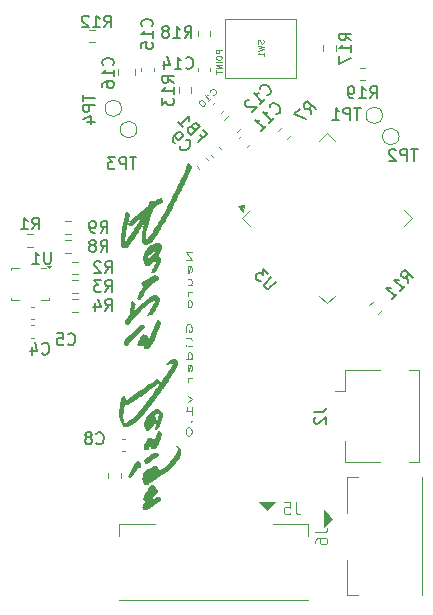
<source format=gbr>
%TF.GenerationSoftware,KiCad,Pcbnew,9.0.0-1.fc40*%
%TF.CreationDate,2025-03-21T22:07:15+01:00*%
%TF.ProjectId,airMouse-mcu,6169724d-6f75-4736-952d-6d63752e6b69,v1.0*%
%TF.SameCoordinates,Original*%
%TF.FileFunction,Legend,Bot*%
%TF.FilePolarity,Positive*%
%FSLAX46Y46*%
G04 Gerber Fmt 4.6, Leading zero omitted, Abs format (unit mm)*
G04 Created by KiCad (PCBNEW 9.0.0-1.fc40) date 2025-03-21 22:07:15*
%MOMM*%
%LPD*%
G01*
G04 APERTURE LIST*
%ADD10C,0.125000*%
%ADD11C,0.150000*%
%ADD12C,0.080000*%
%ADD13C,0.100000*%
%ADD14C,0.120000*%
%ADD15C,0.000000*%
G04 APERTURE END LIST*
D10*
X147932309Y-97267950D02*
X147432309Y-97267950D01*
X147432309Y-97267950D02*
X147932309Y-97953664D01*
X147932309Y-97953664D02*
X147432309Y-97953664D01*
X147908500Y-98982236D02*
X147932309Y-98867950D01*
X147932309Y-98867950D02*
X147932309Y-98639379D01*
X147932309Y-98639379D02*
X147908500Y-98525093D01*
X147908500Y-98525093D02*
X147860880Y-98467950D01*
X147860880Y-98467950D02*
X147670404Y-98467950D01*
X147670404Y-98467950D02*
X147622785Y-98525093D01*
X147622785Y-98525093D02*
X147598976Y-98639379D01*
X147598976Y-98639379D02*
X147598976Y-98867950D01*
X147598976Y-98867950D02*
X147622785Y-98982236D01*
X147622785Y-98982236D02*
X147670404Y-99039379D01*
X147670404Y-99039379D02*
X147718023Y-99039379D01*
X147718023Y-99039379D02*
X147765642Y-98467950D01*
X147598976Y-100067950D02*
X147932309Y-100067950D01*
X147598976Y-99553664D02*
X147860880Y-99553664D01*
X147860880Y-99553664D02*
X147908500Y-99610807D01*
X147908500Y-99610807D02*
X147932309Y-99725092D01*
X147932309Y-99725092D02*
X147932309Y-99896521D01*
X147932309Y-99896521D02*
X147908500Y-100010807D01*
X147908500Y-100010807D02*
X147884690Y-100067950D01*
X147932309Y-100639378D02*
X147598976Y-100639378D01*
X147694214Y-100639378D02*
X147646595Y-100696521D01*
X147646595Y-100696521D02*
X147622785Y-100753664D01*
X147622785Y-100753664D02*
X147598976Y-100867949D01*
X147598976Y-100867949D02*
X147598976Y-100982235D01*
X147932309Y-101553663D02*
X147908500Y-101439378D01*
X147908500Y-101439378D02*
X147884690Y-101382235D01*
X147884690Y-101382235D02*
X147837071Y-101325092D01*
X147837071Y-101325092D02*
X147694214Y-101325092D01*
X147694214Y-101325092D02*
X147646595Y-101382235D01*
X147646595Y-101382235D02*
X147622785Y-101439378D01*
X147622785Y-101439378D02*
X147598976Y-101553663D01*
X147598976Y-101553663D02*
X147598976Y-101725092D01*
X147598976Y-101725092D02*
X147622785Y-101839378D01*
X147622785Y-101839378D02*
X147646595Y-101896521D01*
X147646595Y-101896521D02*
X147694214Y-101953663D01*
X147694214Y-101953663D02*
X147837071Y-101953663D01*
X147837071Y-101953663D02*
X147884690Y-101896521D01*
X147884690Y-101896521D02*
X147908500Y-101839378D01*
X147908500Y-101839378D02*
X147932309Y-101725092D01*
X147932309Y-101725092D02*
X147932309Y-101553663D01*
X147456119Y-104010806D02*
X147432309Y-103896521D01*
X147432309Y-103896521D02*
X147432309Y-103725092D01*
X147432309Y-103725092D02*
X147456119Y-103553663D01*
X147456119Y-103553663D02*
X147503738Y-103439378D01*
X147503738Y-103439378D02*
X147551357Y-103382235D01*
X147551357Y-103382235D02*
X147646595Y-103325092D01*
X147646595Y-103325092D02*
X147718023Y-103325092D01*
X147718023Y-103325092D02*
X147813261Y-103382235D01*
X147813261Y-103382235D02*
X147860880Y-103439378D01*
X147860880Y-103439378D02*
X147908500Y-103553663D01*
X147908500Y-103553663D02*
X147932309Y-103725092D01*
X147932309Y-103725092D02*
X147932309Y-103839378D01*
X147932309Y-103839378D02*
X147908500Y-104010806D01*
X147908500Y-104010806D02*
X147884690Y-104067949D01*
X147884690Y-104067949D02*
X147718023Y-104067949D01*
X147718023Y-104067949D02*
X147718023Y-103839378D01*
X147932309Y-104753663D02*
X147908500Y-104639378D01*
X147908500Y-104639378D02*
X147860880Y-104582235D01*
X147860880Y-104582235D02*
X147432309Y-104582235D01*
X147932309Y-105210806D02*
X147598976Y-105210806D01*
X147432309Y-105210806D02*
X147456119Y-105153663D01*
X147456119Y-105153663D02*
X147479928Y-105210806D01*
X147479928Y-105210806D02*
X147456119Y-105267949D01*
X147456119Y-105267949D02*
X147432309Y-105210806D01*
X147432309Y-105210806D02*
X147479928Y-105210806D01*
X147932309Y-106296521D02*
X147432309Y-106296521D01*
X147908500Y-106296521D02*
X147932309Y-106182235D01*
X147932309Y-106182235D02*
X147932309Y-105953663D01*
X147932309Y-105953663D02*
X147908500Y-105839378D01*
X147908500Y-105839378D02*
X147884690Y-105782235D01*
X147884690Y-105782235D02*
X147837071Y-105725092D01*
X147837071Y-105725092D02*
X147694214Y-105725092D01*
X147694214Y-105725092D02*
X147646595Y-105782235D01*
X147646595Y-105782235D02*
X147622785Y-105839378D01*
X147622785Y-105839378D02*
X147598976Y-105953663D01*
X147598976Y-105953663D02*
X147598976Y-106182235D01*
X147598976Y-106182235D02*
X147622785Y-106296521D01*
X147908500Y-107325092D02*
X147932309Y-107210806D01*
X147932309Y-107210806D02*
X147932309Y-106982235D01*
X147932309Y-106982235D02*
X147908500Y-106867949D01*
X147908500Y-106867949D02*
X147860880Y-106810806D01*
X147860880Y-106810806D02*
X147670404Y-106810806D01*
X147670404Y-106810806D02*
X147622785Y-106867949D01*
X147622785Y-106867949D02*
X147598976Y-106982235D01*
X147598976Y-106982235D02*
X147598976Y-107210806D01*
X147598976Y-107210806D02*
X147622785Y-107325092D01*
X147622785Y-107325092D02*
X147670404Y-107382235D01*
X147670404Y-107382235D02*
X147718023Y-107382235D01*
X147718023Y-107382235D02*
X147765642Y-106810806D01*
X147932309Y-107896520D02*
X147598976Y-107896520D01*
X147694214Y-107896520D02*
X147646595Y-107953663D01*
X147646595Y-107953663D02*
X147622785Y-108010806D01*
X147622785Y-108010806D02*
X147598976Y-108125091D01*
X147598976Y-108125091D02*
X147598976Y-108239377D01*
X147598976Y-109439377D02*
X147932309Y-109725091D01*
X147932309Y-109725091D02*
X147598976Y-110010806D01*
X147932309Y-111096520D02*
X147932309Y-110410806D01*
X147932309Y-110753663D02*
X147432309Y-110753663D01*
X147432309Y-110753663D02*
X147503738Y-110639377D01*
X147503738Y-110639377D02*
X147551357Y-110525092D01*
X147551357Y-110525092D02*
X147575166Y-110410806D01*
X147884690Y-111610806D02*
X147908500Y-111667949D01*
X147908500Y-111667949D02*
X147932309Y-111610806D01*
X147932309Y-111610806D02*
X147908500Y-111553663D01*
X147908500Y-111553663D02*
X147884690Y-111610806D01*
X147884690Y-111610806D02*
X147932309Y-111610806D01*
X147432309Y-112410806D02*
X147432309Y-112525092D01*
X147432309Y-112525092D02*
X147456119Y-112639378D01*
X147456119Y-112639378D02*
X147479928Y-112696521D01*
X147479928Y-112696521D02*
X147527547Y-112753663D01*
X147527547Y-112753663D02*
X147622785Y-112810806D01*
X147622785Y-112810806D02*
X147741833Y-112810806D01*
X147741833Y-112810806D02*
X147837071Y-112753663D01*
X147837071Y-112753663D02*
X147884690Y-112696521D01*
X147884690Y-112696521D02*
X147908500Y-112639378D01*
X147908500Y-112639378D02*
X147932309Y-112525092D01*
X147932309Y-112525092D02*
X147932309Y-112410806D01*
X147932309Y-112410806D02*
X147908500Y-112296521D01*
X147908500Y-112296521D02*
X147884690Y-112239378D01*
X147884690Y-112239378D02*
X147837071Y-112182235D01*
X147837071Y-112182235D02*
X147741833Y-112125092D01*
X147741833Y-112125092D02*
X147622785Y-112125092D01*
X147622785Y-112125092D02*
X147527547Y-112182235D01*
X147527547Y-112182235D02*
X147479928Y-112239378D01*
X147479928Y-112239378D02*
X147456119Y-112296521D01*
X147456119Y-112296521D02*
X147432309Y-112410806D01*
D11*
X140221779Y-95654819D02*
X140555112Y-95178628D01*
X140793207Y-95654819D02*
X140793207Y-94654819D01*
X140793207Y-94654819D02*
X140412255Y-94654819D01*
X140412255Y-94654819D02*
X140317017Y-94702438D01*
X140317017Y-94702438D02*
X140269398Y-94750057D01*
X140269398Y-94750057D02*
X140221779Y-94845295D01*
X140221779Y-94845295D02*
X140221779Y-94988152D01*
X140221779Y-94988152D02*
X140269398Y-95083390D01*
X140269398Y-95083390D02*
X140317017Y-95131009D01*
X140317017Y-95131009D02*
X140412255Y-95178628D01*
X140412255Y-95178628D02*
X140793207Y-95178628D01*
X139745588Y-95654819D02*
X139555112Y-95654819D01*
X139555112Y-95654819D02*
X139459874Y-95607200D01*
X139459874Y-95607200D02*
X139412255Y-95559580D01*
X139412255Y-95559580D02*
X139317017Y-95416723D01*
X139317017Y-95416723D02*
X139269398Y-95226247D01*
X139269398Y-95226247D02*
X139269398Y-94845295D01*
X139269398Y-94845295D02*
X139317017Y-94750057D01*
X139317017Y-94750057D02*
X139364636Y-94702438D01*
X139364636Y-94702438D02*
X139459874Y-94654819D01*
X139459874Y-94654819D02*
X139650350Y-94654819D01*
X139650350Y-94654819D02*
X139745588Y-94702438D01*
X139745588Y-94702438D02*
X139793207Y-94750057D01*
X139793207Y-94750057D02*
X139840826Y-94845295D01*
X139840826Y-94845295D02*
X139840826Y-95083390D01*
X139840826Y-95083390D02*
X139793207Y-95178628D01*
X139793207Y-95178628D02*
X139745588Y-95226247D01*
X139745588Y-95226247D02*
X139650350Y-95273866D01*
X139650350Y-95273866D02*
X139459874Y-95273866D01*
X139459874Y-95273866D02*
X139364636Y-95226247D01*
X139364636Y-95226247D02*
X139317017Y-95178628D01*
X139317017Y-95178628D02*
X139269398Y-95083390D01*
X137466666Y-105059580D02*
X137514285Y-105107200D01*
X137514285Y-105107200D02*
X137657142Y-105154819D01*
X137657142Y-105154819D02*
X137752380Y-105154819D01*
X137752380Y-105154819D02*
X137895237Y-105107200D01*
X137895237Y-105107200D02*
X137990475Y-105011961D01*
X137990475Y-105011961D02*
X138038094Y-104916723D01*
X138038094Y-104916723D02*
X138085713Y-104726247D01*
X138085713Y-104726247D02*
X138085713Y-104583390D01*
X138085713Y-104583390D02*
X138038094Y-104392914D01*
X138038094Y-104392914D02*
X137990475Y-104297676D01*
X137990475Y-104297676D02*
X137895237Y-104202438D01*
X137895237Y-104202438D02*
X137752380Y-104154819D01*
X137752380Y-104154819D02*
X137657142Y-104154819D01*
X137657142Y-104154819D02*
X137514285Y-104202438D01*
X137514285Y-104202438D02*
X137466666Y-104250057D01*
X136561904Y-104154819D02*
X137038094Y-104154819D01*
X137038094Y-104154819D02*
X137085713Y-104631009D01*
X137085713Y-104631009D02*
X137038094Y-104583390D01*
X137038094Y-104583390D02*
X136942856Y-104535771D01*
X136942856Y-104535771D02*
X136704761Y-104535771D01*
X136704761Y-104535771D02*
X136609523Y-104583390D01*
X136609523Y-104583390D02*
X136561904Y-104631009D01*
X136561904Y-104631009D02*
X136514285Y-104726247D01*
X136514285Y-104726247D02*
X136514285Y-104964342D01*
X136514285Y-104964342D02*
X136561904Y-105059580D01*
X136561904Y-105059580D02*
X136609523Y-105107200D01*
X136609523Y-105107200D02*
X136704761Y-105154819D01*
X136704761Y-105154819D02*
X136942856Y-105154819D01*
X136942856Y-105154819D02*
X137038094Y-105107200D01*
X137038094Y-105107200D02*
X137085713Y-105059580D01*
X135266666Y-105859580D02*
X135314285Y-105907200D01*
X135314285Y-105907200D02*
X135457142Y-105954819D01*
X135457142Y-105954819D02*
X135552380Y-105954819D01*
X135552380Y-105954819D02*
X135695237Y-105907200D01*
X135695237Y-105907200D02*
X135790475Y-105811961D01*
X135790475Y-105811961D02*
X135838094Y-105716723D01*
X135838094Y-105716723D02*
X135885713Y-105526247D01*
X135885713Y-105526247D02*
X135885713Y-105383390D01*
X135885713Y-105383390D02*
X135838094Y-105192914D01*
X135838094Y-105192914D02*
X135790475Y-105097676D01*
X135790475Y-105097676D02*
X135695237Y-105002438D01*
X135695237Y-105002438D02*
X135552380Y-104954819D01*
X135552380Y-104954819D02*
X135457142Y-104954819D01*
X135457142Y-104954819D02*
X135314285Y-105002438D01*
X135314285Y-105002438D02*
X135266666Y-105050057D01*
X134409523Y-105288152D02*
X134409523Y-105954819D01*
X134647618Y-104907200D02*
X134885713Y-105621485D01*
X134885713Y-105621485D02*
X134266666Y-105621485D01*
X140221779Y-97254819D02*
X140555112Y-96778628D01*
X140793207Y-97254819D02*
X140793207Y-96254819D01*
X140793207Y-96254819D02*
X140412255Y-96254819D01*
X140412255Y-96254819D02*
X140317017Y-96302438D01*
X140317017Y-96302438D02*
X140269398Y-96350057D01*
X140269398Y-96350057D02*
X140221779Y-96445295D01*
X140221779Y-96445295D02*
X140221779Y-96588152D01*
X140221779Y-96588152D02*
X140269398Y-96683390D01*
X140269398Y-96683390D02*
X140317017Y-96731009D01*
X140317017Y-96731009D02*
X140412255Y-96778628D01*
X140412255Y-96778628D02*
X140793207Y-96778628D01*
X139650350Y-96683390D02*
X139745588Y-96635771D01*
X139745588Y-96635771D02*
X139793207Y-96588152D01*
X139793207Y-96588152D02*
X139840826Y-96492914D01*
X139840826Y-96492914D02*
X139840826Y-96445295D01*
X139840826Y-96445295D02*
X139793207Y-96350057D01*
X139793207Y-96350057D02*
X139745588Y-96302438D01*
X139745588Y-96302438D02*
X139650350Y-96254819D01*
X139650350Y-96254819D02*
X139459874Y-96254819D01*
X139459874Y-96254819D02*
X139364636Y-96302438D01*
X139364636Y-96302438D02*
X139317017Y-96350057D01*
X139317017Y-96350057D02*
X139269398Y-96445295D01*
X139269398Y-96445295D02*
X139269398Y-96492914D01*
X139269398Y-96492914D02*
X139317017Y-96588152D01*
X139317017Y-96588152D02*
X139364636Y-96635771D01*
X139364636Y-96635771D02*
X139459874Y-96683390D01*
X139459874Y-96683390D02*
X139650350Y-96683390D01*
X139650350Y-96683390D02*
X139745588Y-96731009D01*
X139745588Y-96731009D02*
X139793207Y-96778628D01*
X139793207Y-96778628D02*
X139840826Y-96873866D01*
X139840826Y-96873866D02*
X139840826Y-97064342D01*
X139840826Y-97064342D02*
X139793207Y-97159580D01*
X139793207Y-97159580D02*
X139745588Y-97207200D01*
X139745588Y-97207200D02*
X139650350Y-97254819D01*
X139650350Y-97254819D02*
X139459874Y-97254819D01*
X139459874Y-97254819D02*
X139364636Y-97207200D01*
X139364636Y-97207200D02*
X139317017Y-97159580D01*
X139317017Y-97159580D02*
X139269398Y-97064342D01*
X139269398Y-97064342D02*
X139269398Y-96873866D01*
X139269398Y-96873866D02*
X139317017Y-96778628D01*
X139317017Y-96778628D02*
X139364636Y-96731009D01*
X139364636Y-96731009D02*
X139459874Y-96683390D01*
X136017017Y-97254819D02*
X136017017Y-98064342D01*
X136017017Y-98064342D02*
X135969398Y-98159580D01*
X135969398Y-98159580D02*
X135921779Y-98207200D01*
X135921779Y-98207200D02*
X135826541Y-98254819D01*
X135826541Y-98254819D02*
X135636065Y-98254819D01*
X135636065Y-98254819D02*
X135540827Y-98207200D01*
X135540827Y-98207200D02*
X135493208Y-98159580D01*
X135493208Y-98159580D02*
X135445589Y-98064342D01*
X135445589Y-98064342D02*
X135445589Y-97254819D01*
X134445589Y-98254819D02*
X135017017Y-98254819D01*
X134731303Y-98254819D02*
X134731303Y-97254819D01*
X134731303Y-97254819D02*
X134826541Y-97397676D01*
X134826541Y-97397676D02*
X134921779Y-97492914D01*
X134921779Y-97492914D02*
X135017017Y-97540533D01*
X140621779Y-102254819D02*
X140955112Y-101778628D01*
X141193207Y-102254819D02*
X141193207Y-101254819D01*
X141193207Y-101254819D02*
X140812255Y-101254819D01*
X140812255Y-101254819D02*
X140717017Y-101302438D01*
X140717017Y-101302438D02*
X140669398Y-101350057D01*
X140669398Y-101350057D02*
X140621779Y-101445295D01*
X140621779Y-101445295D02*
X140621779Y-101588152D01*
X140621779Y-101588152D02*
X140669398Y-101683390D01*
X140669398Y-101683390D02*
X140717017Y-101731009D01*
X140717017Y-101731009D02*
X140812255Y-101778628D01*
X140812255Y-101778628D02*
X141193207Y-101778628D01*
X139764636Y-101588152D02*
X139764636Y-102254819D01*
X140002731Y-101207200D02*
X140240826Y-101921485D01*
X140240826Y-101921485D02*
X139621779Y-101921485D01*
X140621779Y-100654819D02*
X140955112Y-100178628D01*
X141193207Y-100654819D02*
X141193207Y-99654819D01*
X141193207Y-99654819D02*
X140812255Y-99654819D01*
X140812255Y-99654819D02*
X140717017Y-99702438D01*
X140717017Y-99702438D02*
X140669398Y-99750057D01*
X140669398Y-99750057D02*
X140621779Y-99845295D01*
X140621779Y-99845295D02*
X140621779Y-99988152D01*
X140621779Y-99988152D02*
X140669398Y-100083390D01*
X140669398Y-100083390D02*
X140717017Y-100131009D01*
X140717017Y-100131009D02*
X140812255Y-100178628D01*
X140812255Y-100178628D02*
X141193207Y-100178628D01*
X140288445Y-99654819D02*
X139669398Y-99654819D01*
X139669398Y-99654819D02*
X140002731Y-100035771D01*
X140002731Y-100035771D02*
X139859874Y-100035771D01*
X139859874Y-100035771D02*
X139764636Y-100083390D01*
X139764636Y-100083390D02*
X139717017Y-100131009D01*
X139717017Y-100131009D02*
X139669398Y-100226247D01*
X139669398Y-100226247D02*
X139669398Y-100464342D01*
X139669398Y-100464342D02*
X139717017Y-100559580D01*
X139717017Y-100559580D02*
X139764636Y-100607200D01*
X139764636Y-100607200D02*
X139859874Y-100654819D01*
X139859874Y-100654819D02*
X140145588Y-100654819D01*
X140145588Y-100654819D02*
X140240826Y-100607200D01*
X140240826Y-100607200D02*
X140288445Y-100559580D01*
X134421779Y-95354819D02*
X134755112Y-94878628D01*
X134993207Y-95354819D02*
X134993207Y-94354819D01*
X134993207Y-94354819D02*
X134612255Y-94354819D01*
X134612255Y-94354819D02*
X134517017Y-94402438D01*
X134517017Y-94402438D02*
X134469398Y-94450057D01*
X134469398Y-94450057D02*
X134421779Y-94545295D01*
X134421779Y-94545295D02*
X134421779Y-94688152D01*
X134421779Y-94688152D02*
X134469398Y-94783390D01*
X134469398Y-94783390D02*
X134517017Y-94831009D01*
X134517017Y-94831009D02*
X134612255Y-94878628D01*
X134612255Y-94878628D02*
X134993207Y-94878628D01*
X133469398Y-95354819D02*
X134040826Y-95354819D01*
X133755112Y-95354819D02*
X133755112Y-94354819D01*
X133755112Y-94354819D02*
X133850350Y-94497676D01*
X133850350Y-94497676D02*
X133945588Y-94592914D01*
X133945588Y-94592914D02*
X134040826Y-94640533D01*
X140621779Y-99054819D02*
X140955112Y-98578628D01*
X141193207Y-99054819D02*
X141193207Y-98054819D01*
X141193207Y-98054819D02*
X140812255Y-98054819D01*
X140812255Y-98054819D02*
X140717017Y-98102438D01*
X140717017Y-98102438D02*
X140669398Y-98150057D01*
X140669398Y-98150057D02*
X140621779Y-98245295D01*
X140621779Y-98245295D02*
X140621779Y-98388152D01*
X140621779Y-98388152D02*
X140669398Y-98483390D01*
X140669398Y-98483390D02*
X140717017Y-98531009D01*
X140717017Y-98531009D02*
X140812255Y-98578628D01*
X140812255Y-98578628D02*
X141193207Y-98578628D01*
X140240826Y-98150057D02*
X140193207Y-98102438D01*
X140193207Y-98102438D02*
X140097969Y-98054819D01*
X140097969Y-98054819D02*
X139859874Y-98054819D01*
X139859874Y-98054819D02*
X139764636Y-98102438D01*
X139764636Y-98102438D02*
X139717017Y-98150057D01*
X139717017Y-98150057D02*
X139669398Y-98245295D01*
X139669398Y-98245295D02*
X139669398Y-98340533D01*
X139669398Y-98340533D02*
X139717017Y-98483390D01*
X139717017Y-98483390D02*
X140288445Y-99054819D01*
X140288445Y-99054819D02*
X139669398Y-99054819D01*
X138754819Y-83938095D02*
X138754819Y-84509523D01*
X139754819Y-84223809D02*
X138754819Y-84223809D01*
X139754819Y-84842857D02*
X138754819Y-84842857D01*
X138754819Y-84842857D02*
X138754819Y-85223809D01*
X138754819Y-85223809D02*
X138802438Y-85319047D01*
X138802438Y-85319047D02*
X138850057Y-85366666D01*
X138850057Y-85366666D02*
X138945295Y-85414285D01*
X138945295Y-85414285D02*
X139088152Y-85414285D01*
X139088152Y-85414285D02*
X139183390Y-85366666D01*
X139183390Y-85366666D02*
X139231009Y-85319047D01*
X139231009Y-85319047D02*
X139278628Y-85223809D01*
X139278628Y-85223809D02*
X139278628Y-84842857D01*
X139088152Y-86271428D02*
X139754819Y-86271428D01*
X138707200Y-86033333D02*
X139421485Y-85795238D01*
X139421485Y-85795238D02*
X139421485Y-86414285D01*
X143261904Y-89254819D02*
X142690476Y-89254819D01*
X142976190Y-90254819D02*
X142976190Y-89254819D01*
X142357142Y-90254819D02*
X142357142Y-89254819D01*
X142357142Y-89254819D02*
X141976190Y-89254819D01*
X141976190Y-89254819D02*
X141880952Y-89302438D01*
X141880952Y-89302438D02*
X141833333Y-89350057D01*
X141833333Y-89350057D02*
X141785714Y-89445295D01*
X141785714Y-89445295D02*
X141785714Y-89588152D01*
X141785714Y-89588152D02*
X141833333Y-89683390D01*
X141833333Y-89683390D02*
X141880952Y-89731009D01*
X141880952Y-89731009D02*
X141976190Y-89778628D01*
X141976190Y-89778628D02*
X142357142Y-89778628D01*
X141452380Y-89254819D02*
X140833333Y-89254819D01*
X140833333Y-89254819D02*
X141166666Y-89635771D01*
X141166666Y-89635771D02*
X141023809Y-89635771D01*
X141023809Y-89635771D02*
X140928571Y-89683390D01*
X140928571Y-89683390D02*
X140880952Y-89731009D01*
X140880952Y-89731009D02*
X140833333Y-89826247D01*
X140833333Y-89826247D02*
X140833333Y-90064342D01*
X140833333Y-90064342D02*
X140880952Y-90159580D01*
X140880952Y-90159580D02*
X140928571Y-90207200D01*
X140928571Y-90207200D02*
X141023809Y-90254819D01*
X141023809Y-90254819D02*
X141309523Y-90254819D01*
X141309523Y-90254819D02*
X141404761Y-90207200D01*
X141404761Y-90207200D02*
X141452380Y-90159580D01*
X139866666Y-113449580D02*
X139914285Y-113497200D01*
X139914285Y-113497200D02*
X140057142Y-113544819D01*
X140057142Y-113544819D02*
X140152380Y-113544819D01*
X140152380Y-113544819D02*
X140295237Y-113497200D01*
X140295237Y-113497200D02*
X140390475Y-113401961D01*
X140390475Y-113401961D02*
X140438094Y-113306723D01*
X140438094Y-113306723D02*
X140485713Y-113116247D01*
X140485713Y-113116247D02*
X140485713Y-112973390D01*
X140485713Y-112973390D02*
X140438094Y-112782914D01*
X140438094Y-112782914D02*
X140390475Y-112687676D01*
X140390475Y-112687676D02*
X140295237Y-112592438D01*
X140295237Y-112592438D02*
X140152380Y-112544819D01*
X140152380Y-112544819D02*
X140057142Y-112544819D01*
X140057142Y-112544819D02*
X139914285Y-112592438D01*
X139914285Y-112592438D02*
X139866666Y-112640057D01*
X139295237Y-112973390D02*
X139390475Y-112925771D01*
X139390475Y-112925771D02*
X139438094Y-112878152D01*
X139438094Y-112878152D02*
X139485713Y-112782914D01*
X139485713Y-112782914D02*
X139485713Y-112735295D01*
X139485713Y-112735295D02*
X139438094Y-112640057D01*
X139438094Y-112640057D02*
X139390475Y-112592438D01*
X139390475Y-112592438D02*
X139295237Y-112544819D01*
X139295237Y-112544819D02*
X139104761Y-112544819D01*
X139104761Y-112544819D02*
X139009523Y-112592438D01*
X139009523Y-112592438D02*
X138961904Y-112640057D01*
X138961904Y-112640057D02*
X138914285Y-112735295D01*
X138914285Y-112735295D02*
X138914285Y-112782914D01*
X138914285Y-112782914D02*
X138961904Y-112878152D01*
X138961904Y-112878152D02*
X139009523Y-112925771D01*
X139009523Y-112925771D02*
X139104761Y-112973390D01*
X139104761Y-112973390D02*
X139295237Y-112973390D01*
X139295237Y-112973390D02*
X139390475Y-113021009D01*
X139390475Y-113021009D02*
X139438094Y-113068628D01*
X139438094Y-113068628D02*
X139485713Y-113163866D01*
X139485713Y-113163866D02*
X139485713Y-113354342D01*
X139485713Y-113354342D02*
X139438094Y-113449580D01*
X139438094Y-113449580D02*
X139390475Y-113497200D01*
X139390475Y-113497200D02*
X139295237Y-113544819D01*
X139295237Y-113544819D02*
X139104761Y-113544819D01*
X139104761Y-113544819D02*
X139009523Y-113497200D01*
X139009523Y-113497200D02*
X138961904Y-113449580D01*
X138961904Y-113449580D02*
X138914285Y-113354342D01*
X138914285Y-113354342D02*
X138914285Y-113163866D01*
X138914285Y-113163866D02*
X138961904Y-113068628D01*
X138961904Y-113068628D02*
X139009523Y-113021009D01*
X139009523Y-113021009D02*
X139104761Y-112973390D01*
D12*
X154003340Y-79333334D02*
X154027149Y-79404762D01*
X154027149Y-79404762D02*
X154027149Y-79523810D01*
X154027149Y-79523810D02*
X154003340Y-79571429D01*
X154003340Y-79571429D02*
X153979530Y-79595238D01*
X153979530Y-79595238D02*
X153931911Y-79619048D01*
X153931911Y-79619048D02*
X153884292Y-79619048D01*
X153884292Y-79619048D02*
X153836673Y-79595238D01*
X153836673Y-79595238D02*
X153812863Y-79571429D01*
X153812863Y-79571429D02*
X153789054Y-79523810D01*
X153789054Y-79523810D02*
X153765244Y-79428572D01*
X153765244Y-79428572D02*
X153741435Y-79380953D01*
X153741435Y-79380953D02*
X153717625Y-79357143D01*
X153717625Y-79357143D02*
X153670006Y-79333334D01*
X153670006Y-79333334D02*
X153622387Y-79333334D01*
X153622387Y-79333334D02*
X153574768Y-79357143D01*
X153574768Y-79357143D02*
X153550959Y-79380953D01*
X153550959Y-79380953D02*
X153527149Y-79428572D01*
X153527149Y-79428572D02*
X153527149Y-79547619D01*
X153527149Y-79547619D02*
X153550959Y-79619048D01*
X153527149Y-79785714D02*
X154027149Y-79904762D01*
X154027149Y-79904762D02*
X153670006Y-80000000D01*
X153670006Y-80000000D02*
X154027149Y-80095238D01*
X154027149Y-80095238D02*
X153527149Y-80214286D01*
X154027149Y-80666667D02*
X154027149Y-80380953D01*
X154027149Y-80523810D02*
X153527149Y-80523810D01*
X153527149Y-80523810D02*
X153598578Y-80476191D01*
X153598578Y-80476191D02*
X153646197Y-80428572D01*
X153646197Y-80428572D02*
X153670006Y-80380953D01*
X150484649Y-80171678D02*
X149984649Y-80171678D01*
X149984649Y-80171678D02*
X149984649Y-80362154D01*
X149984649Y-80362154D02*
X150008459Y-80409773D01*
X150008459Y-80409773D02*
X150032268Y-80433583D01*
X150032268Y-80433583D02*
X150079887Y-80457392D01*
X150079887Y-80457392D02*
X150151316Y-80457392D01*
X150151316Y-80457392D02*
X150198935Y-80433583D01*
X150198935Y-80433583D02*
X150222744Y-80409773D01*
X150222744Y-80409773D02*
X150246554Y-80362154D01*
X150246554Y-80362154D02*
X150246554Y-80171678D01*
X149984649Y-80766916D02*
X149984649Y-80862154D01*
X149984649Y-80862154D02*
X150008459Y-80909773D01*
X150008459Y-80909773D02*
X150056078Y-80957392D01*
X150056078Y-80957392D02*
X150151316Y-80981202D01*
X150151316Y-80981202D02*
X150317982Y-80981202D01*
X150317982Y-80981202D02*
X150413220Y-80957392D01*
X150413220Y-80957392D02*
X150460840Y-80909773D01*
X150460840Y-80909773D02*
X150484649Y-80862154D01*
X150484649Y-80862154D02*
X150484649Y-80766916D01*
X150484649Y-80766916D02*
X150460840Y-80719297D01*
X150460840Y-80719297D02*
X150413220Y-80671678D01*
X150413220Y-80671678D02*
X150317982Y-80647869D01*
X150317982Y-80647869D02*
X150151316Y-80647869D01*
X150151316Y-80647869D02*
X150056078Y-80671678D01*
X150056078Y-80671678D02*
X150008459Y-80719297D01*
X150008459Y-80719297D02*
X149984649Y-80766916D01*
X150484649Y-81195488D02*
X149984649Y-81195488D01*
X150484649Y-81433583D02*
X149984649Y-81433583D01*
X149984649Y-81433583D02*
X150484649Y-81719297D01*
X150484649Y-81719297D02*
X149984649Y-81719297D01*
X149984649Y-81885965D02*
X149984649Y-82171679D01*
X150484649Y-82028822D02*
X149984649Y-82028822D01*
D11*
X161454819Y-79357142D02*
X160978628Y-79023809D01*
X161454819Y-78785714D02*
X160454819Y-78785714D01*
X160454819Y-78785714D02*
X160454819Y-79166666D01*
X160454819Y-79166666D02*
X160502438Y-79261904D01*
X160502438Y-79261904D02*
X160550057Y-79309523D01*
X160550057Y-79309523D02*
X160645295Y-79357142D01*
X160645295Y-79357142D02*
X160788152Y-79357142D01*
X160788152Y-79357142D02*
X160883390Y-79309523D01*
X160883390Y-79309523D02*
X160931009Y-79261904D01*
X160931009Y-79261904D02*
X160978628Y-79166666D01*
X160978628Y-79166666D02*
X160978628Y-78785714D01*
X161454819Y-80309523D02*
X161454819Y-79738095D01*
X161454819Y-80023809D02*
X160454819Y-80023809D01*
X160454819Y-80023809D02*
X160597676Y-79928571D01*
X160597676Y-79928571D02*
X160692914Y-79833333D01*
X160692914Y-79833333D02*
X160740533Y-79738095D01*
X160454819Y-80642857D02*
X160454819Y-81309523D01*
X160454819Y-81309523D02*
X161454819Y-80880952D01*
X163042857Y-84254819D02*
X163376190Y-83778628D01*
X163614285Y-84254819D02*
X163614285Y-83254819D01*
X163614285Y-83254819D02*
X163233333Y-83254819D01*
X163233333Y-83254819D02*
X163138095Y-83302438D01*
X163138095Y-83302438D02*
X163090476Y-83350057D01*
X163090476Y-83350057D02*
X163042857Y-83445295D01*
X163042857Y-83445295D02*
X163042857Y-83588152D01*
X163042857Y-83588152D02*
X163090476Y-83683390D01*
X163090476Y-83683390D02*
X163138095Y-83731009D01*
X163138095Y-83731009D02*
X163233333Y-83778628D01*
X163233333Y-83778628D02*
X163614285Y-83778628D01*
X162090476Y-84254819D02*
X162661904Y-84254819D01*
X162376190Y-84254819D02*
X162376190Y-83254819D01*
X162376190Y-83254819D02*
X162471428Y-83397676D01*
X162471428Y-83397676D02*
X162566666Y-83492914D01*
X162566666Y-83492914D02*
X162661904Y-83540533D01*
X161614285Y-84254819D02*
X161423809Y-84254819D01*
X161423809Y-84254819D02*
X161328571Y-84207200D01*
X161328571Y-84207200D02*
X161280952Y-84159580D01*
X161280952Y-84159580D02*
X161185714Y-84016723D01*
X161185714Y-84016723D02*
X161138095Y-83826247D01*
X161138095Y-83826247D02*
X161138095Y-83445295D01*
X161138095Y-83445295D02*
X161185714Y-83350057D01*
X161185714Y-83350057D02*
X161233333Y-83302438D01*
X161233333Y-83302438D02*
X161328571Y-83254819D01*
X161328571Y-83254819D02*
X161519047Y-83254819D01*
X161519047Y-83254819D02*
X161614285Y-83302438D01*
X161614285Y-83302438D02*
X161661904Y-83350057D01*
X161661904Y-83350057D02*
X161709523Y-83445295D01*
X161709523Y-83445295D02*
X161709523Y-83683390D01*
X161709523Y-83683390D02*
X161661904Y-83778628D01*
X161661904Y-83778628D02*
X161614285Y-83826247D01*
X161614285Y-83826247D02*
X161519047Y-83873866D01*
X161519047Y-83873866D02*
X161328571Y-83873866D01*
X161328571Y-83873866D02*
X161233333Y-83826247D01*
X161233333Y-83826247D02*
X161185714Y-83778628D01*
X161185714Y-83778628D02*
X161138095Y-83683390D01*
X158039456Y-85603754D02*
X157938441Y-85031335D01*
X158443517Y-85199693D02*
X157736410Y-84492587D01*
X157736410Y-84492587D02*
X157467036Y-84761961D01*
X157467036Y-84761961D02*
X157433364Y-84862976D01*
X157433364Y-84862976D02*
X157433364Y-84930319D01*
X157433364Y-84930319D02*
X157467036Y-85031335D01*
X157467036Y-85031335D02*
X157568051Y-85132350D01*
X157568051Y-85132350D02*
X157669067Y-85166022D01*
X157669067Y-85166022D02*
X157736410Y-85166022D01*
X157736410Y-85166022D02*
X157837425Y-85132350D01*
X157837425Y-85132350D02*
X158106799Y-84862976D01*
X157096647Y-85132350D02*
X156625242Y-85603754D01*
X156625242Y-85603754D02*
X157635395Y-86007815D01*
X146424819Y-82932142D02*
X145948628Y-82598809D01*
X146424819Y-82360714D02*
X145424819Y-82360714D01*
X145424819Y-82360714D02*
X145424819Y-82741666D01*
X145424819Y-82741666D02*
X145472438Y-82836904D01*
X145472438Y-82836904D02*
X145520057Y-82884523D01*
X145520057Y-82884523D02*
X145615295Y-82932142D01*
X145615295Y-82932142D02*
X145758152Y-82932142D01*
X145758152Y-82932142D02*
X145853390Y-82884523D01*
X145853390Y-82884523D02*
X145901009Y-82836904D01*
X145901009Y-82836904D02*
X145948628Y-82741666D01*
X145948628Y-82741666D02*
X145948628Y-82360714D01*
X146424819Y-83884523D02*
X146424819Y-83313095D01*
X146424819Y-83598809D02*
X145424819Y-83598809D01*
X145424819Y-83598809D02*
X145567676Y-83503571D01*
X145567676Y-83503571D02*
X145662914Y-83408333D01*
X145662914Y-83408333D02*
X145710533Y-83313095D01*
X145424819Y-84217857D02*
X145424819Y-84836904D01*
X145424819Y-84836904D02*
X145805771Y-84503571D01*
X145805771Y-84503571D02*
X145805771Y-84646428D01*
X145805771Y-84646428D02*
X145853390Y-84741666D01*
X145853390Y-84741666D02*
X145901009Y-84789285D01*
X145901009Y-84789285D02*
X145996247Y-84836904D01*
X145996247Y-84836904D02*
X146234342Y-84836904D01*
X146234342Y-84836904D02*
X146329580Y-84789285D01*
X146329580Y-84789285D02*
X146377200Y-84741666D01*
X146377200Y-84741666D02*
X146424819Y-84646428D01*
X146424819Y-84646428D02*
X146424819Y-84360714D01*
X146424819Y-84360714D02*
X146377200Y-84265476D01*
X146377200Y-84265476D02*
X146329580Y-84217857D01*
X146916874Y-88324565D02*
X146916874Y-88391909D01*
X146916874Y-88391909D02*
X146984218Y-88526596D01*
X146984218Y-88526596D02*
X147051561Y-88593939D01*
X147051561Y-88593939D02*
X147186248Y-88661283D01*
X147186248Y-88661283D02*
X147320935Y-88661283D01*
X147320935Y-88661283D02*
X147421950Y-88627611D01*
X147421950Y-88627611D02*
X147590309Y-88526596D01*
X147590309Y-88526596D02*
X147691324Y-88425581D01*
X147691324Y-88425581D02*
X147792340Y-88257222D01*
X147792340Y-88257222D02*
X147826011Y-88156207D01*
X147826011Y-88156207D02*
X147826011Y-88021520D01*
X147826011Y-88021520D02*
X147758668Y-87886833D01*
X147758668Y-87886833D02*
X147691324Y-87819489D01*
X147691324Y-87819489D02*
X147556637Y-87752146D01*
X147556637Y-87752146D02*
X147489294Y-87752146D01*
X146512813Y-88055191D02*
X146378126Y-87920504D01*
X146378126Y-87920504D02*
X146344454Y-87819489D01*
X146344454Y-87819489D02*
X146344454Y-87752146D01*
X146344454Y-87752146D02*
X146378126Y-87583787D01*
X146378126Y-87583787D02*
X146479141Y-87415428D01*
X146479141Y-87415428D02*
X146748515Y-87146054D01*
X146748515Y-87146054D02*
X146849531Y-87112382D01*
X146849531Y-87112382D02*
X146916874Y-87112382D01*
X146916874Y-87112382D02*
X147017889Y-87146054D01*
X147017889Y-87146054D02*
X147152576Y-87280741D01*
X147152576Y-87280741D02*
X147186248Y-87381756D01*
X147186248Y-87381756D02*
X147186248Y-87449100D01*
X147186248Y-87449100D02*
X147152576Y-87550115D01*
X147152576Y-87550115D02*
X146984218Y-87718474D01*
X146984218Y-87718474D02*
X146883202Y-87752146D01*
X146883202Y-87752146D02*
X146815859Y-87752146D01*
X146815859Y-87752146D02*
X146714844Y-87718474D01*
X146714844Y-87718474D02*
X146580157Y-87583787D01*
X146580157Y-87583787D02*
X146546485Y-87482772D01*
X146546485Y-87482772D02*
X146546485Y-87415428D01*
X146546485Y-87415428D02*
X146580157Y-87314413D01*
D13*
X156733333Y-118457419D02*
X156733333Y-119171704D01*
X156733333Y-119171704D02*
X156780952Y-119314561D01*
X156780952Y-119314561D02*
X156876190Y-119409800D01*
X156876190Y-119409800D02*
X157019047Y-119457419D01*
X157019047Y-119457419D02*
X157114285Y-119457419D01*
X155780952Y-118457419D02*
X156257142Y-118457419D01*
X156257142Y-118457419D02*
X156304761Y-118933609D01*
X156304761Y-118933609D02*
X156257142Y-118885990D01*
X156257142Y-118885990D02*
X156161904Y-118838371D01*
X156161904Y-118838371D02*
X155923809Y-118838371D01*
X155923809Y-118838371D02*
X155828571Y-118885990D01*
X155828571Y-118885990D02*
X155780952Y-118933609D01*
X155780952Y-118933609D02*
X155733333Y-119028847D01*
X155733333Y-119028847D02*
X155733333Y-119266942D01*
X155733333Y-119266942D02*
X155780952Y-119362180D01*
X155780952Y-119362180D02*
X155828571Y-119409800D01*
X155828571Y-119409800D02*
X155923809Y-119457419D01*
X155923809Y-119457419D02*
X156161904Y-119457419D01*
X156161904Y-119457419D02*
X156257142Y-119409800D01*
X156257142Y-119409800D02*
X156304761Y-119362180D01*
D11*
X154308830Y-83999693D02*
X154376174Y-83999693D01*
X154376174Y-83999693D02*
X154510861Y-83932349D01*
X154510861Y-83932349D02*
X154578204Y-83865006D01*
X154578204Y-83865006D02*
X154645548Y-83730319D01*
X154645548Y-83730319D02*
X154645548Y-83595632D01*
X154645548Y-83595632D02*
X154611876Y-83494617D01*
X154611876Y-83494617D02*
X154510861Y-83326258D01*
X154510861Y-83326258D02*
X154409846Y-83225243D01*
X154409846Y-83225243D02*
X154241487Y-83124227D01*
X154241487Y-83124227D02*
X154140472Y-83090556D01*
X154140472Y-83090556D02*
X154005785Y-83090556D01*
X154005785Y-83090556D02*
X153871098Y-83157899D01*
X153871098Y-83157899D02*
X153803754Y-83225243D01*
X153803754Y-83225243D02*
X153736411Y-83359930D01*
X153736411Y-83359930D02*
X153736411Y-83427273D01*
X153702739Y-84740471D02*
X154106800Y-84336410D01*
X153904769Y-84538441D02*
X153197663Y-83831334D01*
X153197663Y-83831334D02*
X153366021Y-83865006D01*
X153366021Y-83865006D02*
X153500708Y-83865006D01*
X153500708Y-83865006D02*
X153601724Y-83831334D01*
X152793601Y-84370082D02*
X152726258Y-84370082D01*
X152726258Y-84370082D02*
X152625243Y-84403754D01*
X152625243Y-84403754D02*
X152456884Y-84572113D01*
X152456884Y-84572113D02*
X152423212Y-84673128D01*
X152423212Y-84673128D02*
X152423212Y-84740472D01*
X152423212Y-84740472D02*
X152456884Y-84841487D01*
X152456884Y-84841487D02*
X152524227Y-84908830D01*
X152524227Y-84908830D02*
X152658914Y-84976174D01*
X152658914Y-84976174D02*
X153467036Y-84976174D01*
X153467036Y-84976174D02*
X153029304Y-85413907D01*
X166276174Y-99867036D02*
X166175159Y-99294617D01*
X166680235Y-99462975D02*
X165973128Y-98755869D01*
X165973128Y-98755869D02*
X165703754Y-99025243D01*
X165703754Y-99025243D02*
X165670082Y-99126258D01*
X165670082Y-99126258D02*
X165670082Y-99193601D01*
X165670082Y-99193601D02*
X165703754Y-99294617D01*
X165703754Y-99294617D02*
X165804769Y-99395632D01*
X165804769Y-99395632D02*
X165905785Y-99429304D01*
X165905785Y-99429304D02*
X165973128Y-99429304D01*
X165973128Y-99429304D02*
X166074143Y-99395632D01*
X166074143Y-99395632D02*
X166343517Y-99126258D01*
X165602739Y-100540471D02*
X166006800Y-100136410D01*
X165804769Y-100338441D02*
X165097663Y-99631334D01*
X165097663Y-99631334D02*
X165266021Y-99665006D01*
X165266021Y-99665006D02*
X165400708Y-99665006D01*
X165400708Y-99665006D02*
X165501724Y-99631334D01*
X164929304Y-101213907D02*
X165333365Y-100809846D01*
X165131334Y-101011876D02*
X164424227Y-100304769D01*
X164424227Y-100304769D02*
X164592586Y-100338441D01*
X164592586Y-100338441D02*
X164727273Y-100338441D01*
X164727273Y-100338441D02*
X164828288Y-100304769D01*
X140542857Y-78254819D02*
X140876190Y-77778628D01*
X141114285Y-78254819D02*
X141114285Y-77254819D01*
X141114285Y-77254819D02*
X140733333Y-77254819D01*
X140733333Y-77254819D02*
X140638095Y-77302438D01*
X140638095Y-77302438D02*
X140590476Y-77350057D01*
X140590476Y-77350057D02*
X140542857Y-77445295D01*
X140542857Y-77445295D02*
X140542857Y-77588152D01*
X140542857Y-77588152D02*
X140590476Y-77683390D01*
X140590476Y-77683390D02*
X140638095Y-77731009D01*
X140638095Y-77731009D02*
X140733333Y-77778628D01*
X140733333Y-77778628D02*
X141114285Y-77778628D01*
X139590476Y-78254819D02*
X140161904Y-78254819D01*
X139876190Y-78254819D02*
X139876190Y-77254819D01*
X139876190Y-77254819D02*
X139971428Y-77397676D01*
X139971428Y-77397676D02*
X140066666Y-77492914D01*
X140066666Y-77492914D02*
X140161904Y-77540533D01*
X139209523Y-77350057D02*
X139161904Y-77302438D01*
X139161904Y-77302438D02*
X139066666Y-77254819D01*
X139066666Y-77254819D02*
X138828571Y-77254819D01*
X138828571Y-77254819D02*
X138733333Y-77302438D01*
X138733333Y-77302438D02*
X138685714Y-77350057D01*
X138685714Y-77350057D02*
X138638095Y-77445295D01*
X138638095Y-77445295D02*
X138638095Y-77540533D01*
X138638095Y-77540533D02*
X138685714Y-77683390D01*
X138685714Y-77683390D02*
X139257142Y-78254819D01*
X139257142Y-78254819D02*
X138638095Y-78254819D01*
D13*
X158407419Y-121016666D02*
X159121704Y-121016666D01*
X159121704Y-121016666D02*
X159264561Y-120969047D01*
X159264561Y-120969047D02*
X159359800Y-120873809D01*
X159359800Y-120873809D02*
X159407419Y-120730952D01*
X159407419Y-120730952D02*
X159407419Y-120635714D01*
X158407419Y-121921428D02*
X158407419Y-121730952D01*
X158407419Y-121730952D02*
X158455038Y-121635714D01*
X158455038Y-121635714D02*
X158502657Y-121588095D01*
X158502657Y-121588095D02*
X158645514Y-121492857D01*
X158645514Y-121492857D02*
X158835990Y-121445238D01*
X158835990Y-121445238D02*
X159216942Y-121445238D01*
X159216942Y-121445238D02*
X159312180Y-121492857D01*
X159312180Y-121492857D02*
X159359800Y-121540476D01*
X159359800Y-121540476D02*
X159407419Y-121635714D01*
X159407419Y-121635714D02*
X159407419Y-121826190D01*
X159407419Y-121826190D02*
X159359800Y-121921428D01*
X159359800Y-121921428D02*
X159312180Y-121969047D01*
X159312180Y-121969047D02*
X159216942Y-122016666D01*
X159216942Y-122016666D02*
X158978847Y-122016666D01*
X158978847Y-122016666D02*
X158883609Y-121969047D01*
X158883609Y-121969047D02*
X158835990Y-121921428D01*
X158835990Y-121921428D02*
X158788371Y-121826190D01*
X158788371Y-121826190D02*
X158788371Y-121635714D01*
X158788371Y-121635714D02*
X158835990Y-121540476D01*
X158835990Y-121540476D02*
X158883609Y-121492857D01*
X158883609Y-121492857D02*
X158978847Y-121445238D01*
D11*
X144559580Y-78157142D02*
X144607200Y-78109523D01*
X144607200Y-78109523D02*
X144654819Y-77966666D01*
X144654819Y-77966666D02*
X144654819Y-77871428D01*
X144654819Y-77871428D02*
X144607200Y-77728571D01*
X144607200Y-77728571D02*
X144511961Y-77633333D01*
X144511961Y-77633333D02*
X144416723Y-77585714D01*
X144416723Y-77585714D02*
X144226247Y-77538095D01*
X144226247Y-77538095D02*
X144083390Y-77538095D01*
X144083390Y-77538095D02*
X143892914Y-77585714D01*
X143892914Y-77585714D02*
X143797676Y-77633333D01*
X143797676Y-77633333D02*
X143702438Y-77728571D01*
X143702438Y-77728571D02*
X143654819Y-77871428D01*
X143654819Y-77871428D02*
X143654819Y-77966666D01*
X143654819Y-77966666D02*
X143702438Y-78109523D01*
X143702438Y-78109523D02*
X143750057Y-78157142D01*
X144654819Y-79109523D02*
X144654819Y-78538095D01*
X144654819Y-78823809D02*
X143654819Y-78823809D01*
X143654819Y-78823809D02*
X143797676Y-78728571D01*
X143797676Y-78728571D02*
X143892914Y-78633333D01*
X143892914Y-78633333D02*
X143940533Y-78538095D01*
X143654819Y-80014285D02*
X143654819Y-79538095D01*
X143654819Y-79538095D02*
X144131009Y-79490476D01*
X144131009Y-79490476D02*
X144083390Y-79538095D01*
X144083390Y-79538095D02*
X144035771Y-79633333D01*
X144035771Y-79633333D02*
X144035771Y-79871428D01*
X144035771Y-79871428D02*
X144083390Y-79966666D01*
X144083390Y-79966666D02*
X144131009Y-80014285D01*
X144131009Y-80014285D02*
X144226247Y-80061904D01*
X144226247Y-80061904D02*
X144464342Y-80061904D01*
X144464342Y-80061904D02*
X144559580Y-80014285D01*
X144559580Y-80014285D02*
X144607200Y-79966666D01*
X144607200Y-79966666D02*
X144654819Y-79871428D01*
X144654819Y-79871428D02*
X144654819Y-79633333D01*
X144654819Y-79633333D02*
X144607200Y-79538095D01*
X144607200Y-79538095D02*
X144559580Y-79490476D01*
X141259580Y-81457142D02*
X141307200Y-81409523D01*
X141307200Y-81409523D02*
X141354819Y-81266666D01*
X141354819Y-81266666D02*
X141354819Y-81171428D01*
X141354819Y-81171428D02*
X141307200Y-81028571D01*
X141307200Y-81028571D02*
X141211961Y-80933333D01*
X141211961Y-80933333D02*
X141116723Y-80885714D01*
X141116723Y-80885714D02*
X140926247Y-80838095D01*
X140926247Y-80838095D02*
X140783390Y-80838095D01*
X140783390Y-80838095D02*
X140592914Y-80885714D01*
X140592914Y-80885714D02*
X140497676Y-80933333D01*
X140497676Y-80933333D02*
X140402438Y-81028571D01*
X140402438Y-81028571D02*
X140354819Y-81171428D01*
X140354819Y-81171428D02*
X140354819Y-81266666D01*
X140354819Y-81266666D02*
X140402438Y-81409523D01*
X140402438Y-81409523D02*
X140450057Y-81457142D01*
X141354819Y-82409523D02*
X141354819Y-81838095D01*
X141354819Y-82123809D02*
X140354819Y-82123809D01*
X140354819Y-82123809D02*
X140497676Y-82028571D01*
X140497676Y-82028571D02*
X140592914Y-81933333D01*
X140592914Y-81933333D02*
X140640533Y-81838095D01*
X140354819Y-83266666D02*
X140354819Y-83076190D01*
X140354819Y-83076190D02*
X140402438Y-82980952D01*
X140402438Y-82980952D02*
X140450057Y-82933333D01*
X140450057Y-82933333D02*
X140592914Y-82838095D01*
X140592914Y-82838095D02*
X140783390Y-82790476D01*
X140783390Y-82790476D02*
X141164342Y-82790476D01*
X141164342Y-82790476D02*
X141259580Y-82838095D01*
X141259580Y-82838095D02*
X141307200Y-82885714D01*
X141307200Y-82885714D02*
X141354819Y-82980952D01*
X141354819Y-82980952D02*
X141354819Y-83171428D01*
X141354819Y-83171428D02*
X141307200Y-83266666D01*
X141307200Y-83266666D02*
X141259580Y-83314285D01*
X141259580Y-83314285D02*
X141164342Y-83361904D01*
X141164342Y-83361904D02*
X140926247Y-83361904D01*
X140926247Y-83361904D02*
X140831009Y-83314285D01*
X140831009Y-83314285D02*
X140783390Y-83266666D01*
X140783390Y-83266666D02*
X140735771Y-83171428D01*
X140735771Y-83171428D02*
X140735771Y-82980952D01*
X140735771Y-82980952D02*
X140783390Y-82885714D01*
X140783390Y-82885714D02*
X140831009Y-82838095D01*
X140831009Y-82838095D02*
X140926247Y-82790476D01*
X155108830Y-85599693D02*
X155176174Y-85599693D01*
X155176174Y-85599693D02*
X155310861Y-85532349D01*
X155310861Y-85532349D02*
X155378204Y-85465006D01*
X155378204Y-85465006D02*
X155445548Y-85330319D01*
X155445548Y-85330319D02*
X155445548Y-85195632D01*
X155445548Y-85195632D02*
X155411876Y-85094617D01*
X155411876Y-85094617D02*
X155310861Y-84926258D01*
X155310861Y-84926258D02*
X155209846Y-84825243D01*
X155209846Y-84825243D02*
X155041487Y-84724227D01*
X155041487Y-84724227D02*
X154940472Y-84690556D01*
X154940472Y-84690556D02*
X154805785Y-84690556D01*
X154805785Y-84690556D02*
X154671098Y-84757899D01*
X154671098Y-84757899D02*
X154603754Y-84825243D01*
X154603754Y-84825243D02*
X154536411Y-84959930D01*
X154536411Y-84959930D02*
X154536411Y-85027273D01*
X154502739Y-86340471D02*
X154906800Y-85936410D01*
X154704769Y-86138441D02*
X153997663Y-85431334D01*
X153997663Y-85431334D02*
X154166021Y-85465006D01*
X154166021Y-85465006D02*
X154300708Y-85465006D01*
X154300708Y-85465006D02*
X154401724Y-85431334D01*
X153829304Y-87013907D02*
X154233365Y-86609846D01*
X154031334Y-86811876D02*
X153324227Y-86104769D01*
X153324227Y-86104769D02*
X153492586Y-86138441D01*
X153492586Y-86138441D02*
X153627273Y-86138441D01*
X153627273Y-86138441D02*
X153728288Y-86104769D01*
D10*
X149743490Y-84007094D02*
X149783896Y-84000359D01*
X149783896Y-84000359D02*
X149871443Y-83946485D01*
X149871443Y-83946485D02*
X149918583Y-83899344D01*
X149918583Y-83899344D02*
X149972458Y-83811798D01*
X149972458Y-83811798D02*
X149985927Y-83730985D01*
X149985927Y-83730985D02*
X149975825Y-83673743D01*
X149975825Y-83673743D02*
X149932052Y-83582830D01*
X149932052Y-83582830D02*
X149881545Y-83532322D01*
X149881545Y-83532322D02*
X149790631Y-83488549D01*
X149790631Y-83488549D02*
X149733389Y-83478447D01*
X149733389Y-83478447D02*
X149652577Y-83491916D01*
X149652577Y-83491916D02*
X149565030Y-83545791D01*
X149565030Y-83545791D02*
X149517890Y-83592931D01*
X149517890Y-83592931D02*
X149464015Y-83680478D01*
X149464015Y-83680478D02*
X149457280Y-83720884D01*
X149305758Y-84512170D02*
X149588600Y-84229327D01*
X149447179Y-84370749D02*
X149093626Y-84017195D01*
X149093626Y-84017195D02*
X149191274Y-84020563D01*
X149191274Y-84020563D02*
X149272086Y-84007094D01*
X149272086Y-84007094D02*
X149336062Y-83976789D01*
X148645791Y-84465030D02*
X148598651Y-84512170D01*
X148598651Y-84512170D02*
X148568346Y-84576147D01*
X148568346Y-84576147D02*
X148561612Y-84616553D01*
X148561612Y-84616553D02*
X148571713Y-84673795D01*
X148571713Y-84673795D02*
X148615486Y-84764708D01*
X148615486Y-84764708D02*
X148699666Y-84848888D01*
X148699666Y-84848888D02*
X148790580Y-84892661D01*
X148790580Y-84892661D02*
X148847822Y-84902763D01*
X148847822Y-84902763D02*
X148888228Y-84896028D01*
X148888228Y-84896028D02*
X148952204Y-84865724D01*
X148952204Y-84865724D02*
X148999344Y-84818583D01*
X148999344Y-84818583D02*
X149029649Y-84754607D01*
X149029649Y-84754607D02*
X149036383Y-84714201D01*
X149036383Y-84714201D02*
X149026282Y-84656959D01*
X149026282Y-84656959D02*
X148982509Y-84566045D01*
X148982509Y-84566045D02*
X148898329Y-84481866D01*
X148898329Y-84481866D02*
X148807415Y-84438092D01*
X148807415Y-84438092D02*
X148750173Y-84427991D01*
X148750173Y-84427991D02*
X148709767Y-84434725D01*
X148709767Y-84434725D02*
X148645791Y-84465030D01*
D11*
X155091659Y-99785836D02*
X154519239Y-100358256D01*
X154519239Y-100358256D02*
X154418224Y-100391928D01*
X154418224Y-100391928D02*
X154350880Y-100391928D01*
X154350880Y-100391928D02*
X154249865Y-100358256D01*
X154249865Y-100358256D02*
X154115178Y-100223569D01*
X154115178Y-100223569D02*
X154081506Y-100122554D01*
X154081506Y-100122554D02*
X154081506Y-100055210D01*
X154081506Y-100055210D02*
X154115178Y-99954195D01*
X154115178Y-99954195D02*
X154687598Y-99381775D01*
X154418224Y-99112401D02*
X153980491Y-98674669D01*
X153980491Y-98674669D02*
X153946819Y-99179745D01*
X153946819Y-99179745D02*
X153845804Y-99078730D01*
X153845804Y-99078730D02*
X153744789Y-99045058D01*
X153744789Y-99045058D02*
X153677445Y-99045058D01*
X153677445Y-99045058D02*
X153576430Y-99078730D01*
X153576430Y-99078730D02*
X153408071Y-99247088D01*
X153408071Y-99247088D02*
X153374399Y-99348104D01*
X153374399Y-99348104D02*
X153374399Y-99415447D01*
X153374399Y-99415447D02*
X153408071Y-99516462D01*
X153408071Y-99516462D02*
X153610102Y-99718493D01*
X153610102Y-99718493D02*
X153711117Y-99752165D01*
X153711117Y-99752165D02*
X153778460Y-99752165D01*
X167061904Y-88554819D02*
X166490476Y-88554819D01*
X166776190Y-89554819D02*
X166776190Y-88554819D01*
X166157142Y-89554819D02*
X166157142Y-88554819D01*
X166157142Y-88554819D02*
X165776190Y-88554819D01*
X165776190Y-88554819D02*
X165680952Y-88602438D01*
X165680952Y-88602438D02*
X165633333Y-88650057D01*
X165633333Y-88650057D02*
X165585714Y-88745295D01*
X165585714Y-88745295D02*
X165585714Y-88888152D01*
X165585714Y-88888152D02*
X165633333Y-88983390D01*
X165633333Y-88983390D02*
X165680952Y-89031009D01*
X165680952Y-89031009D02*
X165776190Y-89078628D01*
X165776190Y-89078628D02*
X166157142Y-89078628D01*
X165204761Y-88650057D02*
X165157142Y-88602438D01*
X165157142Y-88602438D02*
X165061904Y-88554819D01*
X165061904Y-88554819D02*
X164823809Y-88554819D01*
X164823809Y-88554819D02*
X164728571Y-88602438D01*
X164728571Y-88602438D02*
X164680952Y-88650057D01*
X164680952Y-88650057D02*
X164633333Y-88745295D01*
X164633333Y-88745295D02*
X164633333Y-88840533D01*
X164633333Y-88840533D02*
X164680952Y-88983390D01*
X164680952Y-88983390D02*
X165252380Y-89554819D01*
X165252380Y-89554819D02*
X164633333Y-89554819D01*
X162261904Y-85054819D02*
X161690476Y-85054819D01*
X161976190Y-86054819D02*
X161976190Y-85054819D01*
X161357142Y-86054819D02*
X161357142Y-85054819D01*
X161357142Y-85054819D02*
X160976190Y-85054819D01*
X160976190Y-85054819D02*
X160880952Y-85102438D01*
X160880952Y-85102438D02*
X160833333Y-85150057D01*
X160833333Y-85150057D02*
X160785714Y-85245295D01*
X160785714Y-85245295D02*
X160785714Y-85388152D01*
X160785714Y-85388152D02*
X160833333Y-85483390D01*
X160833333Y-85483390D02*
X160880952Y-85531009D01*
X160880952Y-85531009D02*
X160976190Y-85578628D01*
X160976190Y-85578628D02*
X161357142Y-85578628D01*
X159833333Y-86054819D02*
X160404761Y-86054819D01*
X160119047Y-86054819D02*
X160119047Y-85054819D01*
X160119047Y-85054819D02*
X160214285Y-85197676D01*
X160214285Y-85197676D02*
X160309523Y-85292914D01*
X160309523Y-85292914D02*
X160404761Y-85340533D01*
X148638039Y-87340472D02*
X148873741Y-87576174D01*
X148503352Y-87946563D02*
X149210459Y-87239456D01*
X149210459Y-87239456D02*
X148873741Y-86902739D01*
X148031947Y-86734380D02*
X147897260Y-86667036D01*
X147897260Y-86667036D02*
X147829917Y-86667036D01*
X147829917Y-86667036D02*
X147728901Y-86700708D01*
X147728901Y-86700708D02*
X147627886Y-86801723D01*
X147627886Y-86801723D02*
X147594214Y-86902739D01*
X147594214Y-86902739D02*
X147594214Y-86970082D01*
X147594214Y-86970082D02*
X147627886Y-87071097D01*
X147627886Y-87071097D02*
X147897260Y-87340471D01*
X147897260Y-87340471D02*
X148604367Y-86633365D01*
X148604367Y-86633365D02*
X148368665Y-86397662D01*
X148368665Y-86397662D02*
X148267649Y-86363991D01*
X148267649Y-86363991D02*
X148200306Y-86363991D01*
X148200306Y-86363991D02*
X148099291Y-86397662D01*
X148099291Y-86397662D02*
X148031947Y-86465006D01*
X148031947Y-86465006D02*
X147998275Y-86566021D01*
X147998275Y-86566021D02*
X147998275Y-86633365D01*
X147998275Y-86633365D02*
X148031947Y-86734380D01*
X148031947Y-86734380D02*
X148267649Y-86970082D01*
X146819764Y-86262975D02*
X147223825Y-86667036D01*
X147021795Y-86465006D02*
X147728901Y-85757899D01*
X147728901Y-85757899D02*
X147695230Y-85926258D01*
X147695230Y-85926258D02*
X147695230Y-86060945D01*
X147695230Y-86060945D02*
X147728901Y-86161960D01*
X147342857Y-79154819D02*
X147676190Y-78678628D01*
X147914285Y-79154819D02*
X147914285Y-78154819D01*
X147914285Y-78154819D02*
X147533333Y-78154819D01*
X147533333Y-78154819D02*
X147438095Y-78202438D01*
X147438095Y-78202438D02*
X147390476Y-78250057D01*
X147390476Y-78250057D02*
X147342857Y-78345295D01*
X147342857Y-78345295D02*
X147342857Y-78488152D01*
X147342857Y-78488152D02*
X147390476Y-78583390D01*
X147390476Y-78583390D02*
X147438095Y-78631009D01*
X147438095Y-78631009D02*
X147533333Y-78678628D01*
X147533333Y-78678628D02*
X147914285Y-78678628D01*
X146390476Y-79154819D02*
X146961904Y-79154819D01*
X146676190Y-79154819D02*
X146676190Y-78154819D01*
X146676190Y-78154819D02*
X146771428Y-78297676D01*
X146771428Y-78297676D02*
X146866666Y-78392914D01*
X146866666Y-78392914D02*
X146961904Y-78440533D01*
X145819047Y-78583390D02*
X145914285Y-78535771D01*
X145914285Y-78535771D02*
X145961904Y-78488152D01*
X145961904Y-78488152D02*
X146009523Y-78392914D01*
X146009523Y-78392914D02*
X146009523Y-78345295D01*
X146009523Y-78345295D02*
X145961904Y-78250057D01*
X145961904Y-78250057D02*
X145914285Y-78202438D01*
X145914285Y-78202438D02*
X145819047Y-78154819D01*
X145819047Y-78154819D02*
X145628571Y-78154819D01*
X145628571Y-78154819D02*
X145533333Y-78202438D01*
X145533333Y-78202438D02*
X145485714Y-78250057D01*
X145485714Y-78250057D02*
X145438095Y-78345295D01*
X145438095Y-78345295D02*
X145438095Y-78392914D01*
X145438095Y-78392914D02*
X145485714Y-78488152D01*
X145485714Y-78488152D02*
X145533333Y-78535771D01*
X145533333Y-78535771D02*
X145628571Y-78583390D01*
X145628571Y-78583390D02*
X145819047Y-78583390D01*
X145819047Y-78583390D02*
X145914285Y-78631009D01*
X145914285Y-78631009D02*
X145961904Y-78678628D01*
X145961904Y-78678628D02*
X146009523Y-78773866D01*
X146009523Y-78773866D02*
X146009523Y-78964342D01*
X146009523Y-78964342D02*
X145961904Y-79059580D01*
X145961904Y-79059580D02*
X145914285Y-79107200D01*
X145914285Y-79107200D02*
X145819047Y-79154819D01*
X145819047Y-79154819D02*
X145628571Y-79154819D01*
X145628571Y-79154819D02*
X145533333Y-79107200D01*
X145533333Y-79107200D02*
X145485714Y-79059580D01*
X145485714Y-79059580D02*
X145438095Y-78964342D01*
X145438095Y-78964342D02*
X145438095Y-78773866D01*
X145438095Y-78773866D02*
X145485714Y-78678628D01*
X145485714Y-78678628D02*
X145533333Y-78631009D01*
X145533333Y-78631009D02*
X145628571Y-78583390D01*
X147442857Y-81659580D02*
X147490476Y-81707200D01*
X147490476Y-81707200D02*
X147633333Y-81754819D01*
X147633333Y-81754819D02*
X147728571Y-81754819D01*
X147728571Y-81754819D02*
X147871428Y-81707200D01*
X147871428Y-81707200D02*
X147966666Y-81611961D01*
X147966666Y-81611961D02*
X148014285Y-81516723D01*
X148014285Y-81516723D02*
X148061904Y-81326247D01*
X148061904Y-81326247D02*
X148061904Y-81183390D01*
X148061904Y-81183390D02*
X148014285Y-80992914D01*
X148014285Y-80992914D02*
X147966666Y-80897676D01*
X147966666Y-80897676D02*
X147871428Y-80802438D01*
X147871428Y-80802438D02*
X147728571Y-80754819D01*
X147728571Y-80754819D02*
X147633333Y-80754819D01*
X147633333Y-80754819D02*
X147490476Y-80802438D01*
X147490476Y-80802438D02*
X147442857Y-80850057D01*
X146490476Y-81754819D02*
X147061904Y-81754819D01*
X146776190Y-81754819D02*
X146776190Y-80754819D01*
X146776190Y-80754819D02*
X146871428Y-80897676D01*
X146871428Y-80897676D02*
X146966666Y-80992914D01*
X146966666Y-80992914D02*
X147061904Y-81040533D01*
X145633333Y-81088152D02*
X145633333Y-81754819D01*
X145871428Y-80707200D02*
X146109523Y-81421485D01*
X146109523Y-81421485D02*
X145490476Y-81421485D01*
X158304819Y-110816666D02*
X159019104Y-110816666D01*
X159019104Y-110816666D02*
X159161961Y-110769047D01*
X159161961Y-110769047D02*
X159257200Y-110673809D01*
X159257200Y-110673809D02*
X159304819Y-110530952D01*
X159304819Y-110530952D02*
X159304819Y-110435714D01*
X158400057Y-111245238D02*
X158352438Y-111292857D01*
X158352438Y-111292857D02*
X158304819Y-111388095D01*
X158304819Y-111388095D02*
X158304819Y-111626190D01*
X158304819Y-111626190D02*
X158352438Y-111721428D01*
X158352438Y-111721428D02*
X158400057Y-111769047D01*
X158400057Y-111769047D02*
X158495295Y-111816666D01*
X158495295Y-111816666D02*
X158590533Y-111816666D01*
X158590533Y-111816666D02*
X158733390Y-111769047D01*
X158733390Y-111769047D02*
X159304819Y-111197619D01*
X159304819Y-111197619D02*
X159304819Y-111816666D01*
D14*
%TO.C,R9*%
X137692371Y-95722500D02*
X137217855Y-95722500D01*
X137692371Y-94677500D02*
X137217855Y-94677500D01*
%TO.C,C5*%
X134595693Y-102910000D02*
X134314533Y-102910000D01*
X134595693Y-101890000D02*
X134314533Y-101890000D01*
%TO.C,C4*%
X134595693Y-104510000D02*
X134314533Y-104510000D01*
X134595693Y-103490000D02*
X134314533Y-103490000D01*
%TO.C,R8*%
X137692371Y-97322500D02*
X137217855Y-97322500D01*
X137692371Y-96277500D02*
X137217855Y-96277500D01*
%TO.C,U1*%
X135865113Y-98640000D02*
X135725113Y-98450000D01*
X136005113Y-98450000D01*
X135865113Y-98640000D01*
G36*
X135865113Y-98640000D02*
G01*
X135725113Y-98450000D01*
X136005113Y-98450000D01*
X135865113Y-98640000D01*
G37*
X132645113Y-101360000D02*
X132645113Y-101185000D01*
X132645113Y-98640000D02*
X132645113Y-98815000D01*
X133320113Y-101360000D02*
X132645113Y-101360000D01*
X133320113Y-98640000D02*
X132645113Y-98640000D01*
X135190113Y-101360000D02*
X135865113Y-101360000D01*
X135190113Y-98640000D02*
X135565113Y-98640000D01*
X135865113Y-101360000D02*
X135865113Y-101185000D01*
%TO.C,R4*%
X137817855Y-102322500D02*
X138292371Y-102322500D01*
X137817855Y-101277500D02*
X138292371Y-101277500D01*
%TO.C,R3*%
X137817855Y-100722500D02*
X138292371Y-100722500D01*
X137817855Y-99677500D02*
X138292371Y-99677500D01*
%TO.C,R1*%
X134017855Y-96822500D02*
X134492371Y-96822500D01*
X134017855Y-95777500D02*
X134492371Y-95777500D01*
%TO.C,R2*%
X137817855Y-99122500D02*
X138292371Y-99122500D01*
X137817855Y-98077500D02*
X138292371Y-98077500D01*
%TO.C,TP4*%
X142000000Y-85100000D02*
G75*
G02*
X140600000Y-85100000I-700000J0D01*
G01*
X140600000Y-85100000D02*
G75*
G02*
X142000000Y-85100000I700000J0D01*
G01*
%TO.C,TP3*%
X143300000Y-86900000D02*
G75*
G02*
X141900000Y-86900000I-700000J0D01*
G01*
X141900000Y-86900000D02*
G75*
G02*
X143300000Y-86900000I700000J0D01*
G01*
%TO.C,C8*%
X142034420Y-114110000D02*
X142315580Y-114110000D01*
X142034420Y-113090000D02*
X142315580Y-113090000D01*
%TO.C,SW1*%
D13*
X150800000Y-77500000D02*
X156800000Y-77500000D01*
X156800000Y-82500000D01*
X150800000Y-82500000D01*
X150800000Y-77500000D01*
D14*
%TO.C,R17*%
X159077500Y-79762742D02*
X159077500Y-80237258D01*
X160122500Y-79762742D02*
X160122500Y-80237258D01*
%TO.C,R25*%
X140877500Y-116412258D02*
X140877500Y-115937742D01*
X141922500Y-116412258D02*
X141922500Y-115937742D01*
%TO.C,R19*%
X162637258Y-82722500D02*
X162162742Y-82722500D01*
X162637258Y-81677500D02*
X162162742Y-81677500D01*
%TO.C,R7*%
X155598303Y-86662770D02*
X155262770Y-86998303D01*
X156337230Y-87401697D02*
X156001697Y-87737230D01*
%TO.C,R13*%
X146877500Y-83337742D02*
X146877500Y-83812258D01*
X147922500Y-83337742D02*
X147922500Y-83812258D01*
%TO.C,C9*%
X148592067Y-90212483D02*
X148393256Y-90013672D01*
X149313316Y-89491234D02*
X149114505Y-89292423D01*
D13*
%TO.C,J5*%
X157800000Y-126712500D02*
X141800000Y-126712500D01*
X157800000Y-120312500D02*
X157800000Y-121312500D01*
X154800000Y-120312500D02*
X157800000Y-120312500D01*
X144800000Y-120312500D02*
X141800000Y-120312500D01*
X141800000Y-120312500D02*
X141800000Y-121312500D01*
X154300000Y-119112500D02*
X153600000Y-118412500D01*
X155000000Y-118412500D01*
X154300000Y-119112500D01*
G36*
X154300000Y-119112500D02*
G01*
X153600000Y-118412500D01*
X155000000Y-118412500D01*
X154300000Y-119112500D01*
G37*
D14*
%TO.C,C12*%
X150695543Y-86065010D02*
X151065010Y-85695543D01*
X151734990Y-87104457D02*
X152104457Y-86734990D01*
%TO.C,R11*%
X163298303Y-101462770D02*
X162962770Y-101798303D01*
X164037230Y-102201697D02*
X163701697Y-102537230D01*
%TO.C,R12*%
X139737258Y-78477500D02*
X139262742Y-78477500D01*
X139737258Y-79522500D02*
X139262742Y-79522500D01*
D13*
%TO.C,J6*%
X161062500Y-126350000D02*
X162062500Y-126350000D01*
X161062500Y-123350000D02*
X161062500Y-126350000D01*
X161062500Y-119350000D02*
X161062500Y-116350000D01*
X161062500Y-116350000D02*
X162062500Y-116350000D01*
X167462500Y-116350000D02*
X167462500Y-126350000D01*
X159862500Y-119850000D02*
X159162500Y-120550000D01*
X159162500Y-119150000D01*
X159862500Y-119850000D01*
G36*
X159862500Y-119850000D02*
G01*
X159162500Y-120550000D01*
X159162500Y-119150000D01*
X159862500Y-119850000D01*
G37*
D14*
%TO.C,C15*%
X144710000Y-81684419D02*
X144710000Y-81965581D01*
X143690000Y-81684419D02*
X143690000Y-81965581D01*
%TO.C,C16*%
X143135000Y-81738747D02*
X143135000Y-82261253D01*
X141665000Y-81738747D02*
X141665000Y-82261253D01*
%TO.C,C11*%
X151939970Y-87638781D02*
X152138781Y-87439970D01*
X152661219Y-88360030D02*
X152860030Y-88161219D01*
%TO.C,C10*%
X149739970Y-84738781D02*
X149938781Y-84539970D01*
X150461219Y-85460030D02*
X150660030Y-85261219D01*
%TO.C,U3*%
X152318326Y-93866134D02*
X151837493Y-93385302D01*
X152410249Y-93293378D01*
X152318326Y-93866134D01*
G36*
X152318326Y-93866134D02*
G01*
X151837493Y-93385302D01*
X152410249Y-93293378D01*
X152318326Y-93866134D01*
G37*
X152173369Y-94400000D02*
X152845120Y-93728249D01*
X152845120Y-95071751D02*
X152173369Y-94400000D01*
X158728249Y-100954880D02*
X159400000Y-101626631D01*
X159400000Y-101626631D02*
X160071751Y-100954880D01*
X159400000Y-87173369D02*
X158728249Y-87845120D01*
X160071751Y-87845120D02*
X159400000Y-87173369D01*
X165954880Y-93728249D02*
X166626631Y-94400000D01*
X166626631Y-94400000D02*
X165954880Y-95071751D01*
%TO.C,TP2*%
X165500000Y-87500000D02*
G75*
G02*
X164100000Y-87500000I-700000J0D01*
G01*
X164100000Y-87500000D02*
G75*
G02*
X165500000Y-87500000I700000J0D01*
G01*
%TO.C,TP1*%
X164100000Y-85700000D02*
G75*
G02*
X162700000Y-85700000I-700000J0D01*
G01*
X162700000Y-85700000D02*
G75*
G02*
X164100000Y-85700000I700000J0D01*
G01*
%TO.C,FB1*%
X149539970Y-89061219D02*
X149738781Y-89260030D01*
X150261219Y-88339970D02*
X150460030Y-88538781D01*
%TO.C,R18*%
X148477500Y-78537742D02*
X148477500Y-79012258D01*
X149522500Y-78537742D02*
X149522500Y-79012258D01*
%TO.C,C14*%
X148490000Y-81659420D02*
X148490000Y-81940580D01*
X149510000Y-81659420D02*
X149510000Y-81940580D01*
%TO.C,J2*%
X167160000Y-115010000D02*
X166310000Y-115010000D01*
X163890000Y-115010000D02*
X160940000Y-115010000D01*
X160940000Y-115010000D02*
X160940000Y-113260000D01*
X160940000Y-109040000D02*
X160050000Y-109040000D01*
X167160000Y-107290000D02*
X167160000Y-115010000D01*
X166310000Y-107290000D02*
X167160000Y-107290000D01*
X163890000Y-107290000D02*
X160940000Y-107290000D01*
X160940000Y-107290000D02*
X160940000Y-109040000D01*
D15*
%TO.C,Logo1*%
G36*
X145032075Y-114262770D02*
G01*
X145099796Y-114319574D01*
X145105863Y-114326818D01*
X145152884Y-114398835D01*
X145172161Y-114458153D01*
X145162957Y-114496613D01*
X145120425Y-114565341D01*
X145061470Y-114623706D01*
X145006444Y-114648352D01*
X144991485Y-114651599D01*
X144926379Y-114681795D01*
X144829308Y-114737034D01*
X144712898Y-114809126D01*
X144589774Y-114889887D01*
X144472561Y-114971129D01*
X144373885Y-115044666D01*
X144306370Y-115102310D01*
X144256881Y-115148879D01*
X144190466Y-115194228D01*
X144127943Y-115201826D01*
X144047033Y-115178189D01*
X144014619Y-115160053D01*
X143951252Y-115086538D01*
X143913664Y-114990807D01*
X143914900Y-114900296D01*
X143929838Y-114871680D01*
X143994939Y-114797342D01*
X144100587Y-114703693D01*
X144238007Y-114598209D01*
X144398421Y-114488367D01*
X144554839Y-114390835D01*
X144718499Y-114302302D01*
X144848126Y-114252522D01*
X144950418Y-114239881D01*
X145032075Y-114262770D01*
G37*
G36*
X143420026Y-114962772D02*
G01*
X143471564Y-114996630D01*
X143541104Y-115053182D01*
X143555287Y-115065974D01*
X143630648Y-115158694D01*
X143661023Y-115262523D01*
X143662577Y-115277154D01*
X143671793Y-115359221D01*
X143678303Y-115410007D01*
X143679056Y-115422102D01*
X143652189Y-115486407D01*
X143588644Y-115541026D01*
X143508546Y-115567311D01*
X143442463Y-115572355D01*
X143398861Y-115576235D01*
X143390832Y-115580363D01*
X143349815Y-115621847D01*
X143288397Y-115697085D01*
X143216398Y-115792765D01*
X143143636Y-115895578D01*
X143079928Y-115992214D01*
X143035095Y-116069363D01*
X143005788Y-116123951D01*
X142905033Y-116270473D01*
X142802436Y-116358684D01*
X142699828Y-116387382D01*
X142599045Y-116355364D01*
X142584432Y-116344092D01*
X142571356Y-116313589D01*
X142579796Y-116258336D01*
X142610742Y-116162005D01*
X142614309Y-116151867D01*
X142678196Y-115995269D01*
X142761737Y-115824138D01*
X142859108Y-115647275D01*
X142964481Y-115473477D01*
X143072033Y-115311547D01*
X143175936Y-115170283D01*
X143270365Y-115058484D01*
X143349494Y-114984952D01*
X143407499Y-114958486D01*
X143420026Y-114962772D01*
G37*
G36*
X143917388Y-103453557D02*
G01*
X143955946Y-103502675D01*
X143962053Y-103588299D01*
X143913071Y-103695642D01*
X143808438Y-103825794D01*
X143647597Y-103979847D01*
X143501393Y-104110918D01*
X143333380Y-104266851D01*
X143168723Y-104424633D01*
X143014568Y-104577065D01*
X142878061Y-104716946D01*
X142766347Y-104837076D01*
X142686573Y-104930252D01*
X142645882Y-104989276D01*
X142604580Y-105059584D01*
X142530792Y-105142001D01*
X142453218Y-105191986D01*
X142386726Y-105197587D01*
X142376680Y-105193564D01*
X142287912Y-105129645D01*
X142221191Y-105035662D01*
X142194872Y-104936584D01*
X142195146Y-104927739D01*
X142217040Y-104835437D01*
X142263253Y-104744348D01*
X142263852Y-104743493D01*
X142328003Y-104664574D01*
X142429643Y-104554130D01*
X142559517Y-104421130D01*
X142708372Y-104274540D01*
X142866950Y-104123327D01*
X143025999Y-103976459D01*
X143176262Y-103842902D01*
X143308485Y-103731624D01*
X143362770Y-103687487D01*
X143434989Y-103627985D01*
X143477819Y-103591662D01*
X143515976Y-103560200D01*
X143629537Y-103489785D01*
X143745070Y-103445153D01*
X143846409Y-103431384D01*
X143917388Y-103453557D01*
G37*
G36*
X144960434Y-99248200D02*
G01*
X145035964Y-99267018D01*
X145073213Y-99294486D01*
X145076253Y-99301782D01*
X145105960Y-99354298D01*
X145153140Y-99427024D01*
X145164574Y-99444635D01*
X145204355Y-99540451D01*
X145197567Y-99615522D01*
X145144598Y-99659303D01*
X144982713Y-99724141D01*
X144728249Y-99876205D01*
X144478312Y-100086836D01*
X144234984Y-100353916D01*
X144000349Y-100675330D01*
X143776490Y-101048962D01*
X143755479Y-101086262D01*
X143661913Y-101220538D01*
X143571344Y-101294899D01*
X143481168Y-101310830D01*
X143388782Y-101269813D01*
X143374197Y-101258587D01*
X143348704Y-101225765D01*
X143348309Y-101177175D01*
X143370869Y-101091486D01*
X143397209Y-101013724D01*
X143482016Y-100819228D01*
X143598503Y-100601412D01*
X143739074Y-100375054D01*
X143808294Y-100269753D01*
X143847147Y-100202962D01*
X143859142Y-100162267D01*
X143848041Y-100134882D01*
X143817605Y-100108017D01*
X143770703Y-100061905D01*
X143715523Y-99983864D01*
X143713055Y-99979007D01*
X143689768Y-99920831D01*
X143687747Y-99869814D01*
X143712863Y-99820489D01*
X143770983Y-99767392D01*
X143867979Y-99705058D01*
X144009718Y-99628021D01*
X144202070Y-99530816D01*
X144334562Y-99465099D01*
X144487092Y-99389724D01*
X144615810Y-99326427D01*
X144710148Y-99280402D01*
X144759537Y-99256844D01*
X144788413Y-99247781D01*
X144870093Y-99240849D01*
X144960434Y-99248200D01*
G37*
G36*
X145221826Y-112434083D02*
G01*
X145324515Y-112516418D01*
X145391741Y-112594158D01*
X145420269Y-112691052D01*
X145419233Y-112708125D01*
X145400799Y-112799177D01*
X145362578Y-112929358D01*
X145308840Y-113085078D01*
X145243852Y-113252747D01*
X145235219Y-113275112D01*
X145217714Y-113330281D01*
X145196235Y-113397474D01*
X145147228Y-113509421D01*
X145083379Y-113632823D01*
X145014311Y-113750481D01*
X144949649Y-113845197D01*
X144899019Y-113899773D01*
X144833776Y-113937911D01*
X144712504Y-113965374D01*
X144602684Y-113935719D01*
X144512285Y-113852170D01*
X144449279Y-113717949D01*
X144408195Y-113578388D01*
X144374282Y-113686935D01*
X144373495Y-113689462D01*
X144344425Y-113789956D01*
X144321628Y-113880205D01*
X144289860Y-113945996D01*
X144207932Y-114014031D01*
X144146243Y-114042132D01*
X144095742Y-114044648D01*
X144038453Y-114014303D01*
X144023196Y-114003588D01*
X143939937Y-113913062D01*
X143891574Y-113802542D01*
X143888847Y-113694956D01*
X143919259Y-113603230D01*
X143974206Y-113480783D01*
X144044000Y-113348448D01*
X144120670Y-113219555D01*
X144196246Y-113107435D01*
X144262758Y-113025418D01*
X144312235Y-112986834D01*
X144315344Y-112985855D01*
X144427100Y-112982497D01*
X144544838Y-113033054D01*
X144656409Y-113132390D01*
X144761682Y-113255378D01*
X144872769Y-112990004D01*
X144891969Y-112943548D01*
X144946001Y-112806899D01*
X144991920Y-112682741D01*
X145021412Y-112593268D01*
X145050102Y-112504862D01*
X145093708Y-112426000D01*
X145147920Y-112403176D01*
X145221826Y-112434083D01*
G37*
G36*
X144670694Y-116976882D02*
G01*
X144766335Y-117029915D01*
X144865215Y-117118904D01*
X144880130Y-117135643D01*
X144945801Y-117216997D01*
X145015349Y-117312128D01*
X145078163Y-117405446D01*
X145123633Y-117481362D01*
X145141148Y-117524288D01*
X145129942Y-117544403D01*
X145083466Y-117602574D01*
X145009236Y-117686687D01*
X144916300Y-117786202D01*
X144788046Y-117925418D01*
X144688078Y-118045570D01*
X144624731Y-118136752D01*
X144601010Y-118194618D01*
X144619919Y-118214822D01*
X144620999Y-118214781D01*
X144667370Y-118196789D01*
X144746875Y-118152381D01*
X144842953Y-118090769D01*
X144859143Y-118079891D01*
X144994549Y-118002547D01*
X145104128Y-117972073D01*
X145199887Y-117987305D01*
X145293835Y-118047079D01*
X145325206Y-118075562D01*
X145384283Y-118159709D01*
X145384042Y-118239255D01*
X145323646Y-118317395D01*
X145202260Y-118397327D01*
X145160543Y-118420902D01*
X145041422Y-118494232D01*
X144890987Y-118592339D01*
X144721730Y-118706838D01*
X144546145Y-118829342D01*
X144376726Y-118951465D01*
X144294378Y-119009556D01*
X144184451Y-119079620D01*
X144095685Y-119127542D01*
X144041939Y-119145299D01*
X144021299Y-119143785D01*
X143926351Y-119105723D01*
X143839745Y-119029283D01*
X143782424Y-118931703D01*
X143770400Y-118881586D01*
X143775236Y-118823892D01*
X143803363Y-118747242D01*
X143859187Y-118634578D01*
X143967295Y-118427367D01*
X143902939Y-118290456D01*
X143883461Y-118246498D01*
X143851290Y-118158899D01*
X143838584Y-118100045D01*
X143842212Y-118078775D01*
X143870558Y-118001906D01*
X143921211Y-117892173D01*
X143987175Y-117763001D01*
X144061453Y-117627819D01*
X144137047Y-117500054D01*
X144206961Y-117393132D01*
X144246294Y-117338342D01*
X144348706Y-117205170D01*
X144444811Y-117092523D01*
X144525364Y-117010842D01*
X144581120Y-116970569D01*
X144592343Y-116967142D01*
X144670694Y-116976882D01*
G37*
G36*
X145108151Y-110528614D02*
G01*
X145193018Y-110555759D01*
X145276709Y-110617255D01*
X145297922Y-110637203D01*
X145381905Y-110736311D01*
X145448338Y-110842102D01*
X145480931Y-110921400D01*
X145509112Y-111074507D01*
X145498561Y-111252083D01*
X145449296Y-111466131D01*
X145363492Y-111729804D01*
X145260291Y-111972687D01*
X145151106Y-112155595D01*
X145036316Y-112277907D01*
X144916300Y-112339001D01*
X144881848Y-112345280D01*
X144846632Y-112338320D01*
X144833189Y-112304395D01*
X144841704Y-112235798D01*
X144872365Y-112124820D01*
X144925356Y-111963754D01*
X144935666Y-111933286D01*
X145018724Y-111671982D01*
X145081799Y-111442724D01*
X145123960Y-111250487D01*
X145144278Y-111100248D01*
X145141823Y-110996981D01*
X145115664Y-110945664D01*
X145077335Y-110946963D01*
X145007418Y-110973497D01*
X144930026Y-111015942D01*
X144867551Y-111063650D01*
X144848308Y-111090993D01*
X144851838Y-111135749D01*
X144890695Y-111209198D01*
X144897685Y-111221234D01*
X144938306Y-111319068D01*
X144954951Y-111410574D01*
X144954931Y-111414196D01*
X144945063Y-111501860D01*
X144921879Y-111600317D01*
X144892253Y-111685436D01*
X144863061Y-111733089D01*
X144851103Y-111745511D01*
X144808741Y-111797657D01*
X144752017Y-111872650D01*
X144720304Y-111915432D01*
X144671248Y-111980042D01*
X144645109Y-112012210D01*
X144641933Y-112015925D01*
X144613332Y-112059717D01*
X144572318Y-112130341D01*
X144542151Y-112180082D01*
X144450631Y-112296719D01*
X144350901Y-112386186D01*
X144258671Y-112433310D01*
X144201725Y-112437446D01*
X144145486Y-112410354D01*
X144073019Y-112341926D01*
X143976309Y-112210451D01*
X143911075Y-112030100D01*
X143902581Y-111828509D01*
X143950865Y-111607857D01*
X144055964Y-111370321D01*
X144094023Y-111301788D01*
X144212193Y-111110975D01*
X144330206Y-110960459D01*
X144460896Y-110835390D01*
X144617092Y-110720919D01*
X144648054Y-110700346D01*
X144744329Y-110633957D01*
X144815570Y-110581156D01*
X144848185Y-110551885D01*
X144862854Y-110542409D01*
X144926091Y-110528880D01*
X145017845Y-110523565D01*
X145108151Y-110528614D01*
G37*
G36*
X145142479Y-103040281D02*
G01*
X145248616Y-103114568D01*
X145282129Y-103145522D01*
X145336699Y-103204832D01*
X145358242Y-103242623D01*
X145358190Y-103244230D01*
X145346055Y-103295547D01*
X145316958Y-103385875D01*
X145277183Y-103498032D01*
X145233017Y-103614835D01*
X145190745Y-103719102D01*
X145156655Y-103793651D01*
X145154828Y-103797233D01*
X145120101Y-103875186D01*
X145075537Y-103987348D01*
X145030304Y-104110709D01*
X145027296Y-104119274D01*
X144982648Y-104242832D01*
X144940481Y-104353924D01*
X144909556Y-104429426D01*
X144861514Y-104535453D01*
X144795259Y-104678178D01*
X144731975Y-104811084D01*
X144677318Y-104922502D01*
X144636944Y-105000760D01*
X144616506Y-105034188D01*
X144610653Y-105040759D01*
X144579291Y-105089450D01*
X144537462Y-105164748D01*
X144489592Y-105247960D01*
X144376872Y-105392673D01*
X144259396Y-105484295D01*
X144143509Y-105522955D01*
X144035551Y-105508777D01*
X143941865Y-105441889D01*
X143868793Y-105322418D01*
X143822678Y-105150489D01*
X143818911Y-105129270D01*
X143798372Y-105061507D01*
X143775152Y-105034188D01*
X143768733Y-105034758D01*
X143749216Y-105057448D01*
X143751357Y-105078850D01*
X143730386Y-105164571D01*
X143669947Y-105222834D01*
X143585673Y-105248126D01*
X143493196Y-105234934D01*
X143408149Y-105177744D01*
X143379751Y-105141119D01*
X143349324Y-105047576D01*
X143363582Y-104931371D01*
X143423701Y-104787050D01*
X143530857Y-104609160D01*
X143577306Y-104540040D01*
X143670094Y-104407528D01*
X143741322Y-104317605D01*
X143798253Y-104262737D01*
X143848146Y-104235394D01*
X143898263Y-104228043D01*
X143916257Y-104229142D01*
X144018353Y-104261830D01*
X144125317Y-104329302D01*
X144213204Y-104417179D01*
X144233589Y-104448889D01*
X144249364Y-104514852D01*
X144236173Y-104609492D01*
X144220030Y-104688713D01*
X144212146Y-104763891D01*
X144224722Y-104781947D01*
X144257365Y-104743611D01*
X144309684Y-104649613D01*
X144381285Y-104500685D01*
X144471775Y-104297557D01*
X144580762Y-104040959D01*
X144707854Y-103731624D01*
X144740753Y-103650757D01*
X144815064Y-103470156D01*
X144881443Y-103311605D01*
X144936107Y-103183988D01*
X144975274Y-103096186D01*
X144995160Y-103057082D01*
X144995373Y-103056803D01*
X145057122Y-103020812D01*
X145142479Y-103040281D01*
G37*
G36*
X146783662Y-113699633D02*
G01*
X146866955Y-113763178D01*
X146945422Y-113849660D01*
X147004648Y-113946949D01*
X147043528Y-114048376D01*
X147058957Y-114144121D01*
X147050803Y-114254129D01*
X147019795Y-114400244D01*
X147010089Y-114439076D01*
X146968596Y-114583859D01*
X146921741Y-114698345D01*
X146857435Y-114807904D01*
X146763586Y-114937911D01*
X146712867Y-115001132D01*
X146607557Y-115121677D01*
X146477973Y-115261756D01*
X146334979Y-115410343D01*
X146189437Y-115556410D01*
X146052211Y-115688930D01*
X145934162Y-115796876D01*
X145846155Y-115869221D01*
X145767507Y-115925769D01*
X145604112Y-116039268D01*
X145412564Y-116168826D01*
X145208281Y-116304260D01*
X145006680Y-116435386D01*
X144823179Y-116552022D01*
X144673193Y-116643984D01*
X144577525Y-116702845D01*
X144452917Y-116785176D01*
X144351011Y-116858929D01*
X144287476Y-116913169D01*
X144216671Y-116972909D01*
X144120028Y-117005195D01*
X144026019Y-116976601D01*
X143933690Y-116886743D01*
X143842084Y-116735241D01*
X143804430Y-116638871D01*
X143776141Y-116446565D01*
X143791717Y-116276557D01*
X144210745Y-116276557D01*
X144215915Y-116298212D01*
X144255435Y-116323077D01*
X144285007Y-116317923D01*
X144320492Y-116287817D01*
X144313280Y-116249869D01*
X144282775Y-116232137D01*
X144233872Y-116237546D01*
X144210745Y-116276557D01*
X143791717Y-116276557D01*
X143795370Y-116236691D01*
X143860443Y-116021355D01*
X143969686Y-115812662D01*
X143996254Y-115776844D01*
X144081252Y-115700953D01*
X144173818Y-115658469D01*
X144254840Y-115659649D01*
X144262262Y-115660556D01*
X144282775Y-115654016D01*
X144316908Y-115643134D01*
X144402505Y-115598526D01*
X144504034Y-115534287D01*
X144610930Y-115466215D01*
X144743669Y-115404745D01*
X144853901Y-115390284D01*
X144951611Y-115422198D01*
X145046782Y-115499854D01*
X145069640Y-115524431D01*
X145131232Y-115615271D01*
X145147908Y-115703991D01*
X145147758Y-115729383D01*
X145158385Y-115780228D01*
X145190287Y-115783628D01*
X145190504Y-115783545D01*
X145285686Y-115732477D01*
X145413299Y-115643133D01*
X145564524Y-115523515D01*
X145730547Y-115381629D01*
X145902550Y-115225476D01*
X146071716Y-115063062D01*
X146229228Y-114902389D01*
X146366271Y-114751460D01*
X146474027Y-114618281D01*
X146481356Y-114608351D01*
X146621912Y-114395100D01*
X146714425Y-114204547D01*
X146758074Y-114039724D01*
X146752040Y-113903664D01*
X146695501Y-113799401D01*
X146684420Y-113787498D01*
X146639275Y-113730664D01*
X146638522Y-113697822D01*
X146680372Y-113674162D01*
X146709960Y-113671152D01*
X146783662Y-113699633D01*
G37*
G36*
X145231037Y-96541523D02*
G01*
X145242082Y-96549479D01*
X145327839Y-96630652D01*
X145393857Y-96722105D01*
X145415949Y-96768967D01*
X145445162Y-96890095D01*
X145433649Y-97021316D01*
X145379559Y-97173032D01*
X145281039Y-97355643D01*
X145266565Y-97379861D01*
X145205250Y-97491111D01*
X145177920Y-97565038D01*
X145182140Y-97612335D01*
X145215475Y-97643697D01*
X145227110Y-97652378D01*
X145274742Y-97706474D01*
X145326823Y-97784354D01*
X145353764Y-97834507D01*
X145379992Y-97924812D01*
X145372899Y-98030179D01*
X145340514Y-98146056D01*
X145274187Y-98301656D01*
X145184487Y-98472012D01*
X145080379Y-98642533D01*
X144970830Y-98798630D01*
X144864807Y-98925711D01*
X144771274Y-99009186D01*
X144727783Y-99035502D01*
X144631329Y-99072659D01*
X144554453Y-99073954D01*
X144511475Y-99037810D01*
X144511081Y-99028466D01*
X144527261Y-98969412D01*
X144565223Y-98870185D01*
X144620492Y-98741949D01*
X144688594Y-98595869D01*
X144733074Y-98503492D01*
X144818869Y-98323027D01*
X144880687Y-98188327D01*
X144921286Y-98092637D01*
X144943424Y-98029202D01*
X144949861Y-97991271D01*
X144943354Y-97972088D01*
X144942174Y-97971094D01*
X144902578Y-97978201D01*
X144828396Y-98023201D01*
X144728073Y-98100234D01*
X144610052Y-98203438D01*
X144543064Y-98261295D01*
X144428855Y-98347255D01*
X144315321Y-98420420D01*
X144217661Y-98471287D01*
X144151077Y-98490354D01*
X144144060Y-98490112D01*
X144062145Y-98459888D01*
X143988712Y-98394293D01*
X143948837Y-98315060D01*
X143948399Y-98312810D01*
X143924484Y-98237415D01*
X143885810Y-98150572D01*
X143823398Y-97964713D01*
X143818383Y-97813762D01*
X144219842Y-97813762D01*
X144231541Y-97838916D01*
X144260951Y-97829112D01*
X144331460Y-97783943D01*
X144422240Y-97712237D01*
X144520134Y-97625271D01*
X144611982Y-97534321D01*
X144684625Y-97450663D01*
X144736847Y-97379728D01*
X144810322Y-97270879D01*
X144863860Y-97180946D01*
X144871227Y-97166824D01*
X144901436Y-97102985D01*
X144901694Y-97079589D01*
X144873102Y-97085235D01*
X144825793Y-97114586D01*
X144753742Y-97173471D01*
X144673081Y-97247546D01*
X144597954Y-97323183D01*
X144542505Y-97386751D01*
X144520879Y-97424623D01*
X144518329Y-97438588D01*
X144481206Y-97491696D01*
X144419695Y-97539309D01*
X144359414Y-97559951D01*
X144335971Y-97563664D01*
X144280150Y-97598718D01*
X144268653Y-97616320D01*
X144242988Y-97679783D01*
X144225188Y-97753158D01*
X144219842Y-97813762D01*
X143818383Y-97813762D01*
X143816305Y-97751223D01*
X143866025Y-97513098D01*
X143972547Y-97250446D01*
X143980693Y-97234316D01*
X144052322Y-97115313D01*
X144142622Y-96992742D01*
X144241296Y-96877842D01*
X144338046Y-96781854D01*
X144422572Y-96716018D01*
X144484577Y-96691575D01*
X144524700Y-96682875D01*
X144607897Y-96647763D01*
X144703276Y-96594908D01*
X144777970Y-96552516D01*
X144901694Y-96507250D01*
X144947516Y-96490486D01*
X145098923Y-96486783D01*
X145231037Y-96541523D01*
G37*
G36*
X144920316Y-100911702D02*
G01*
X144987140Y-100928272D01*
X145050157Y-100970495D01*
X145130957Y-101049507D01*
X145166585Y-101087587D01*
X145228583Y-101165950D01*
X145257849Y-101234520D01*
X145265202Y-101314661D01*
X145264963Y-101327034D01*
X145248048Y-101439241D01*
X145212620Y-101538964D01*
X145207174Y-101549372D01*
X145171669Y-101624110D01*
X145153797Y-101673853D01*
X145153423Y-101675905D01*
X145124607Y-101756680D01*
X145071624Y-101853765D01*
X145006846Y-101948928D01*
X144942645Y-102023934D01*
X144891394Y-102060551D01*
X144879016Y-102064119D01*
X144845963Y-102078445D01*
X144872365Y-102084821D01*
X144877584Y-102085150D01*
X144908411Y-102092449D01*
X144915234Y-102113929D01*
X144894233Y-102158044D01*
X144841588Y-102233251D01*
X144753480Y-102348004D01*
X144725968Y-102383119D01*
X144635792Y-102492286D01*
X144561073Y-102564592D01*
X144485348Y-102610835D01*
X144392152Y-102641811D01*
X144265018Y-102668317D01*
X144234349Y-102672977D01*
X144190445Y-102664952D01*
X144179731Y-102620876D01*
X144185938Y-102581008D01*
X144220234Y-102516562D01*
X144240911Y-102491961D01*
X144281250Y-102421404D01*
X144286832Y-102409087D01*
X144322759Y-102345157D01*
X144380779Y-102251020D01*
X144451379Y-102142283D01*
X144520829Y-102031794D01*
X144598409Y-101898160D01*
X144676240Y-101755970D01*
X144747919Y-101617589D01*
X144807044Y-101495385D01*
X144847214Y-101401727D01*
X144862027Y-101348980D01*
X144860926Y-101337047D01*
X144842197Y-101312576D01*
X144841298Y-101312595D01*
X144788810Y-101333318D01*
X144697808Y-101389051D01*
X144575956Y-101473829D01*
X144430923Y-101581689D01*
X144270372Y-101706666D01*
X144101969Y-101842799D01*
X143933381Y-101984122D01*
X143772274Y-102124672D01*
X143626312Y-102258486D01*
X143569191Y-102313830D01*
X143444605Y-102440768D01*
X143306615Y-102587598D01*
X143164714Y-102743644D01*
X143028395Y-102898231D01*
X142907151Y-103040681D01*
X142810474Y-103160319D01*
X142747856Y-103246468D01*
X142731434Y-103271833D01*
X142666144Y-103367140D01*
X142617753Y-103421792D01*
X142574519Y-103446632D01*
X142524696Y-103452503D01*
X142507926Y-103451029D01*
X142428263Y-103413698D01*
X142354506Y-103339886D01*
X142306479Y-103248158D01*
X142301391Y-103193154D01*
X142330528Y-103084101D01*
X142400012Y-102961092D01*
X142503430Y-102837493D01*
X142572018Y-102757097D01*
X142634903Y-102642540D01*
X142677033Y-102498500D01*
X142704485Y-102309005D01*
X142706306Y-102292765D01*
X142719666Y-102197305D01*
X142740091Y-102069673D01*
X142763947Y-101932845D01*
X142764001Y-101932553D01*
X142793965Y-101761086D01*
X142818995Y-101604621D01*
X142836773Y-101478449D01*
X142844983Y-101397863D01*
X142862431Y-101383079D01*
X142918942Y-101374603D01*
X142997530Y-101394682D01*
X143090220Y-101464279D01*
X143166898Y-101571796D01*
X143181645Y-101603757D01*
X143192360Y-101647376D01*
X143191834Y-101703465D01*
X143178680Y-101783834D01*
X143151507Y-101900293D01*
X143108927Y-102064652D01*
X143096526Y-102116862D01*
X143086140Y-102185208D01*
X143091201Y-102211966D01*
X143118346Y-102194346D01*
X143176245Y-102142623D01*
X143250625Y-102068735D01*
X143282219Y-102037246D01*
X143375241Y-101949956D01*
X143499793Y-101837286D01*
X143645064Y-101708625D01*
X143800241Y-101573363D01*
X143954514Y-101440889D01*
X144097070Y-101320594D01*
X144217098Y-101221866D01*
X144303785Y-101154096D01*
X144350964Y-101120206D01*
X144539031Y-101005986D01*
X144711775Y-100934271D01*
X144859343Y-100909402D01*
X144920316Y-100911702D01*
G37*
G36*
X146611834Y-106335913D02*
G01*
X146726472Y-106433688D01*
X146780937Y-106502534D01*
X146809901Y-106580390D01*
X146806607Y-106676373D01*
X146773392Y-106809198D01*
X146739222Y-106894027D01*
X146676608Y-107020273D01*
X146592722Y-107174786D01*
X146494318Y-107345836D01*
X146388148Y-107521693D01*
X146280964Y-107690626D01*
X146179519Y-107840904D01*
X146108803Y-107946481D01*
X146041122Y-108056754D01*
X145995272Y-108141818D01*
X145990543Y-108151682D01*
X145930249Y-108253902D01*
X145861631Y-108343178D01*
X145859128Y-108345908D01*
X145800738Y-108417818D01*
X145726123Y-108520090D01*
X145650788Y-108631519D01*
X145643413Y-108642847D01*
X145570916Y-108748372D01*
X145503427Y-108837659D01*
X145454695Y-108892414D01*
X145410161Y-108940559D01*
X145389255Y-108981018D01*
X145374200Y-109013196D01*
X145329529Y-109085767D01*
X145262368Y-109186913D01*
X145179915Y-109305482D01*
X145103422Y-109413339D01*
X145023323Y-109526480D01*
X144960627Y-109615258D01*
X144924596Y-109666572D01*
X144914659Y-109680579D01*
X144867459Y-109745518D01*
X144794328Y-109845060D01*
X144703190Y-109968437D01*
X144601972Y-110104884D01*
X144284103Y-110521177D01*
X143962232Y-110916352D01*
X143663050Y-111254327D01*
X143386340Y-111535291D01*
X143131886Y-111759433D01*
X142899472Y-111926942D01*
X142688882Y-112038008D01*
X142499900Y-112092819D01*
X142332311Y-112091565D01*
X142244221Y-112062804D01*
X142116208Y-111971050D01*
X142005085Y-111827620D01*
X141914001Y-111638170D01*
X141846107Y-111408356D01*
X141804552Y-111143834D01*
X141802394Y-111112821D01*
X142160845Y-111112821D01*
X142162349Y-111248117D01*
X142175861Y-111452965D01*
X142203627Y-111599831D01*
X142246028Y-111690352D01*
X142303444Y-111726166D01*
X142354701Y-111720206D01*
X142455222Y-111678820D01*
X142582478Y-111605041D01*
X142726527Y-111505371D01*
X142877425Y-111386308D01*
X143025228Y-111254354D01*
X143146085Y-111136024D01*
X143358526Y-110913180D01*
X143581074Y-110660902D01*
X143817023Y-110375037D01*
X144069666Y-110051429D01*
X144342297Y-109685923D01*
X144638209Y-109274365D01*
X144960696Y-108812599D01*
X144970811Y-108797966D01*
X145052443Y-108681463D01*
X145130461Y-108572482D01*
X145189224Y-108492902D01*
X145193829Y-108486852D01*
X145242687Y-108417850D01*
X145249785Y-108389778D01*
X145211599Y-108400092D01*
X145124606Y-108446247D01*
X145072858Y-108476750D01*
X144937815Y-108563212D01*
X144756760Y-108685616D01*
X144531650Y-108842587D01*
X144264445Y-109032754D01*
X143957101Y-109254742D01*
X143611579Y-109507179D01*
X143511751Y-109579714D01*
X143420922Y-109644386D01*
X143360113Y-109686203D01*
X143352383Y-109691295D01*
X143290792Y-109732336D01*
X143192380Y-109798284D01*
X143069006Y-109881183D01*
X142932528Y-109973077D01*
X142896200Y-109997330D01*
X142763364Y-110082108D01*
X142646785Y-110150725D01*
X142557954Y-110196669D01*
X142508361Y-110213431D01*
X142446558Y-110201733D01*
X142367022Y-110165092D01*
X142324810Y-110139431D01*
X142293673Y-110136156D01*
X142276626Y-110172845D01*
X142252949Y-110265038D01*
X142217081Y-110456034D01*
X142188034Y-110675121D01*
X142168419Y-110901111D01*
X142160845Y-111112821D01*
X141802394Y-111112821D01*
X141800857Y-111090726D01*
X141801083Y-110925752D01*
X141813648Y-110727977D01*
X141836625Y-110509246D01*
X141868085Y-110281400D01*
X141906101Y-110056286D01*
X141948745Y-109845746D01*
X141994088Y-109661624D01*
X142040203Y-109515765D01*
X142085162Y-109420011D01*
X142139375Y-109337271D01*
X142229846Y-109427742D01*
X142261958Y-109463274D01*
X142313154Y-109554931D01*
X142339448Y-109679742D01*
X142348904Y-109741759D01*
X142367322Y-109813375D01*
X142385961Y-109841270D01*
X142405432Y-109832852D01*
X142467580Y-109794300D01*
X142559220Y-109731640D01*
X142668515Y-109652767D01*
X142787166Y-109565263D01*
X143142697Y-109304889D01*
X143476995Y-109062817D01*
X143786938Y-108841193D01*
X144069404Y-108642160D01*
X144321272Y-108467864D01*
X144539420Y-108320448D01*
X144720727Y-108202059D01*
X144862071Y-108114840D01*
X144960330Y-108060936D01*
X145012382Y-108042491D01*
X145063149Y-108053351D01*
X145154771Y-108119635D01*
X145249785Y-108240692D01*
X145253072Y-108244880D01*
X145307117Y-108327363D01*
X145364133Y-108254707D01*
X145390383Y-108218545D01*
X145447916Y-108135562D01*
X145527541Y-108018786D01*
X145622674Y-107878049D01*
X145726726Y-107723184D01*
X145833113Y-107564024D01*
X145935249Y-107410401D01*
X146026546Y-107272146D01*
X146100420Y-107159093D01*
X146150283Y-107081075D01*
X146155489Y-107072715D01*
X146248860Y-106920124D01*
X146309839Y-106814043D01*
X146340876Y-106749954D01*
X146344424Y-106723342D01*
X146343348Y-106722694D01*
X146303928Y-106725780D01*
X146222856Y-106743172D01*
X146116138Y-106771493D01*
X146050027Y-106789248D01*
X145913920Y-106818152D01*
X145802424Y-106831592D01*
X145727070Y-106828558D01*
X145699390Y-106808038D01*
X145702939Y-106794785D01*
X145744639Y-106740945D01*
X145823959Y-106667735D01*
X145929193Y-106583751D01*
X146048631Y-106497588D01*
X146170566Y-106417841D01*
X146283289Y-106353106D01*
X146375092Y-106311978D01*
X146381881Y-106309725D01*
X146500102Y-106295677D01*
X146611834Y-106335913D01*
G37*
G36*
X147732551Y-89755771D02*
G01*
X147832549Y-89809947D01*
X147911816Y-89894237D01*
X147938983Y-89948533D01*
X147952193Y-90011939D01*
X147948809Y-90090088D01*
X147926916Y-90189740D01*
X147884598Y-90317655D01*
X147819940Y-90480594D01*
X147731027Y-90685317D01*
X147615944Y-90938584D01*
X147561828Y-91054919D01*
X147463908Y-91261299D01*
X147351341Y-91494667D01*
X147227602Y-91748122D01*
X147096167Y-92014763D01*
X146960509Y-92287691D01*
X146824103Y-92560004D01*
X146690424Y-92824802D01*
X146562947Y-93075185D01*
X146445146Y-93304252D01*
X146340496Y-93505103D01*
X146252471Y-93670837D01*
X146184547Y-93794554D01*
X146140197Y-93869353D01*
X146118669Y-93904991D01*
X146069067Y-93993445D01*
X146005717Y-94110845D01*
X145937171Y-94241514D01*
X145850258Y-94403127D01*
X145736860Y-94604265D01*
X145605154Y-94831197D01*
X145462981Y-95070835D01*
X145318185Y-95310094D01*
X145178606Y-95535886D01*
X145052089Y-95735125D01*
X144946474Y-95894724D01*
X144831096Y-96057845D01*
X144639253Y-96300295D01*
X144463245Y-96483273D01*
X144302681Y-96606992D01*
X144157167Y-96671665D01*
X144026311Y-96677506D01*
X143909720Y-96624727D01*
X143807002Y-96513542D01*
X143778759Y-96469634D01*
X143756271Y-96421445D01*
X143742394Y-96362871D01*
X143735316Y-96281005D01*
X143733224Y-96162941D01*
X143734306Y-95995771D01*
X143735110Y-95937657D01*
X143742339Y-95741167D01*
X143758640Y-95569188D01*
X143787376Y-95393886D01*
X143831906Y-95187424D01*
X143840354Y-95150728D01*
X143872685Y-95006102D01*
X143897657Y-94887604D01*
X143912943Y-94806641D01*
X143916213Y-94774617D01*
X143904345Y-94787848D01*
X143867166Y-94843501D01*
X143811826Y-94931533D01*
X143745451Y-95040050D01*
X143675167Y-95157157D01*
X143608097Y-95270963D01*
X143551369Y-95369572D01*
X143512107Y-95441093D01*
X143497436Y-95473631D01*
X143492501Y-95487017D01*
X143458711Y-95546160D01*
X143398049Y-95642142D01*
X143316587Y-95766106D01*
X143220402Y-95909199D01*
X143115567Y-96062564D01*
X143008158Y-96217348D01*
X142904249Y-96364694D01*
X142809914Y-96495749D01*
X142731229Y-96601656D01*
X142674268Y-96673560D01*
X142630090Y-96724737D01*
X142531488Y-96827345D01*
X142444368Y-96893194D01*
X142352196Y-96933066D01*
X142238441Y-96957740D01*
X142199507Y-96962222D01*
X142128632Y-96949313D01*
X142064346Y-96892773D01*
X142025512Y-96843500D01*
X141981507Y-96767639D01*
X141949446Y-96678604D01*
X141929548Y-96571143D01*
X141922033Y-96440003D01*
X141927119Y-96279932D01*
X141945028Y-96085678D01*
X141975977Y-95851988D01*
X142020188Y-95573610D01*
X142077879Y-95245293D01*
X142149271Y-94861783D01*
X142150369Y-94855991D01*
X142187639Y-94658800D01*
X142222617Y-94472499D01*
X142252972Y-94309598D01*
X142276371Y-94182606D01*
X142290485Y-94104033D01*
X142319572Y-93981983D01*
X142361935Y-93906042D01*
X142421857Y-93880791D01*
X142505370Y-93900517D01*
X142531630Y-93912314D01*
X142630389Y-93986415D01*
X142678967Y-94091399D01*
X142681048Y-94234265D01*
X142680564Y-94238173D01*
X142663246Y-94346493D01*
X142633692Y-94500255D01*
X142594831Y-94685477D01*
X142549590Y-94888180D01*
X142500898Y-95094384D01*
X142499320Y-95100907D01*
X142459759Y-95282577D01*
X142419426Y-95497368D01*
X142382201Y-95721937D01*
X142351963Y-95932943D01*
X142332592Y-96107042D01*
X142310453Y-96365934D01*
X142380209Y-96303907D01*
X142386411Y-96298220D01*
X142455555Y-96221979D01*
X142549095Y-96102760D01*
X142660566Y-95949861D01*
X142783503Y-95772580D01*
X142911442Y-95580215D01*
X143037918Y-95382064D01*
X143156467Y-95187424D01*
X143207364Y-95101648D01*
X143298582Y-94948583D01*
X143380450Y-94812014D01*
X143445577Y-94704251D01*
X143486574Y-94637600D01*
X143529776Y-94567121D01*
X143554476Y-94516399D01*
X143546858Y-94500735D01*
X143508480Y-94511132D01*
X143469451Y-94535584D01*
X143395655Y-94593939D01*
X143304311Y-94672678D01*
X143209482Y-94759266D01*
X143125233Y-94841166D01*
X143065628Y-94905844D01*
X143041286Y-94934817D01*
X142928449Y-95047011D01*
X142830196Y-95102236D01*
X142742184Y-95102014D01*
X142660073Y-95047863D01*
X142632294Y-95014505D01*
X142602173Y-94928264D01*
X142619886Y-94826330D01*
X142686976Y-94706320D01*
X142804984Y-94565851D01*
X142975453Y-94402543D01*
X143199926Y-94214013D01*
X143373613Y-94074863D01*
X143588535Y-93902507D01*
X143763330Y-93761493D01*
X143902807Y-93647294D01*
X144011776Y-93555385D01*
X144095049Y-93481241D01*
X144157433Y-93420334D01*
X144203741Y-93368140D01*
X144238781Y-93320132D01*
X144267363Y-93271785D01*
X144294298Y-93218572D01*
X144324395Y-93155969D01*
X144367505Y-93068317D01*
X144414523Y-92982572D01*
X144452295Y-92934773D01*
X144490349Y-92913915D01*
X144538212Y-92908993D01*
X144618046Y-92919906D01*
X144693279Y-92952089D01*
X144700731Y-92957440D01*
X144753287Y-92980018D01*
X144800000Y-92956497D01*
X144839408Y-92926215D01*
X144933558Y-92865535D01*
X145045093Y-92802637D01*
X145156674Y-92746543D01*
X145250965Y-92706271D01*
X145310626Y-92690843D01*
X145316184Y-92691067D01*
X145387518Y-92720460D01*
X145461976Y-92785134D01*
X145520572Y-92864888D01*
X145544322Y-92939520D01*
X145537480Y-92960850D01*
X145489420Y-93012001D01*
X145392171Y-93082243D01*
X145241941Y-93174521D01*
X145066496Y-93279956D01*
X144925798Y-93371974D01*
X144825123Y-93448990D01*
X144756342Y-93517265D01*
X144711320Y-93583061D01*
X144703718Y-93598854D01*
X144672540Y-93675049D01*
X144628384Y-93792308D01*
X144575998Y-93937823D01*
X144520131Y-94098785D01*
X144514080Y-94116582D01*
X144402463Y-94459580D01*
X144302649Y-94794212D01*
X144217128Y-95110736D01*
X144148394Y-95399407D01*
X144098937Y-95650480D01*
X144071249Y-95854213D01*
X144061325Y-95953997D01*
X144049008Y-96057579D01*
X144038738Y-96123679D01*
X144038229Y-96126136D01*
X144037153Y-96190614D01*
X144069606Y-96204206D01*
X144134172Y-96167236D01*
X144229435Y-96080028D01*
X144283731Y-96018605D01*
X144378806Y-95896254D01*
X144494932Y-95735280D01*
X144626471Y-95544313D01*
X144767782Y-95331989D01*
X144913226Y-95106938D01*
X145057163Y-94877795D01*
X145193954Y-94653191D01*
X145317960Y-94441760D01*
X145423540Y-94252135D01*
X145473039Y-94160992D01*
X145524482Y-94068338D01*
X145558807Y-94008913D01*
X145574957Y-93981911D01*
X145640640Y-93866054D01*
X145729047Y-93703933D01*
X145836591Y-93502558D01*
X145959688Y-93268938D01*
X146094752Y-93010083D01*
X146238197Y-92733003D01*
X146386439Y-92444708D01*
X146535892Y-92152208D01*
X146682971Y-91862511D01*
X146824090Y-91582629D01*
X146955663Y-91319571D01*
X147074106Y-91080346D01*
X147175833Y-90871965D01*
X147257259Y-90701437D01*
X147314798Y-90575772D01*
X147342339Y-90510528D01*
X147390475Y-90381465D01*
X147423731Y-90271231D01*
X147436142Y-90198378D01*
X147445818Y-90135579D01*
X147478270Y-90039014D01*
X147525402Y-89935056D01*
X147578688Y-89840278D01*
X147629601Y-89771257D01*
X147669613Y-89744567D01*
X147732551Y-89755771D01*
G37*
%TD*%
M02*

</source>
